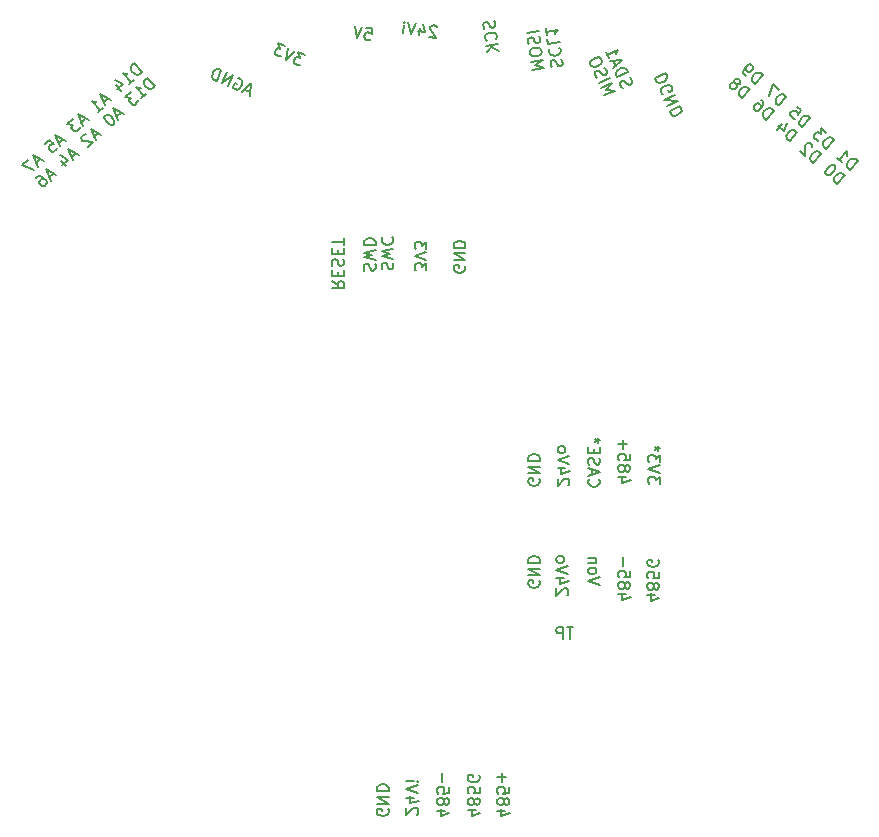
<source format=gbo>
G04 #@! TF.GenerationSoftware,KiCad,Pcbnew,7.0.1-3b83917a11~172~ubuntu22.04.1*
G04 #@! TF.CreationDate,2023-08-11T16:57:34+02:00*
G04 #@! TF.ProjectId,io_coupling_MCU_enhanced,696f5f63-6f75-4706-9c69-6e675f4d4355,rev?*
G04 #@! TF.SameCoordinates,Original*
G04 #@! TF.FileFunction,Legend,Bot*
G04 #@! TF.FilePolarity,Positive*
%FSLAX46Y46*%
G04 Gerber Fmt 4.6, Leading zero omitted, Abs format (unit mm)*
G04 Created by KiCad (PCBNEW 7.0.1-3b83917a11~172~ubuntu22.04.1) date 2023-08-11 16:57:34*
%MOMM*%
%LPD*%
G01*
G04 APERTURE LIST*
G04 Aperture macros list*
%AMHorizOval*
0 Thick line with rounded ends*
0 $1 width*
0 $2 $3 position (X,Y) of the first rounded end (center of the circle)*
0 $4 $5 position (X,Y) of the second rounded end (center of the circle)*
0 Add line between two ends*
20,1,$1,$2,$3,$4,$5,0*
0 Add two circle primitives to create the rounded ends*
1,1,$1,$2,$3*
1,1,$1,$4,$5*%
%AMRotRect*
0 Rectangle, with rotation*
0 The origin of the aperture is its center*
0 $1 length*
0 $2 width*
0 $3 Rotation angle, in degrees counterclockwise*
0 Add horizontal line*
21,1,$1,$2,0,0,$3*%
G04 Aperture macros list end*
%ADD10C,0.150000*%
%ADD11C,2.000000*%
%ADD12C,1.800000*%
%ADD13C,1.600000*%
%ADD14C,1.950000*%
%ADD15RotRect,1.950000X1.950000X188.057000*%
%ADD16C,1.500000*%
%ADD17RotRect,1.950000X1.950000X204.171000*%
%ADD18C,0.500000*%
%ADD19HorizOval,0.500000X0.000000X0.000000X0.000000X0.000000X0*%
%ADD20RotRect,1.950000X1.950000X171.943000*%
%ADD21HorizOval,1.100000X0.390988X0.084428X-0.390988X-0.084428X0*%
%ADD22C,1.250000*%
%ADD23RotRect,1.950000X1.950000X155.828000*%
%ADD24C,0.350000*%
%ADD25C,0.800000*%
G04 APERTURE END LIST*
D10*
X34492212Y29651927D02*
X35163014Y30393564D01*
X35163014Y30393564D02*
X34986434Y30553279D01*
X34986434Y30553279D02*
X34848543Y30613791D01*
X34848543Y30613791D02*
X34714025Y30607045D01*
X34714025Y30607045D02*
X34614823Y30568356D01*
X34614823Y30568356D02*
X34451735Y30459035D01*
X34451735Y30459035D02*
X34355906Y30353087D01*
X34355906Y30353087D02*
X34263450Y30179880D01*
X34263450Y30179880D02*
X34234880Y30077305D01*
X34234880Y30077305D02*
X34241627Y29942787D01*
X34241627Y29942787D02*
X34315632Y29811642D01*
X34315632Y29811642D02*
X34492212Y29651927D01*
X33362099Y30674102D02*
X33785891Y30290787D01*
X33573995Y30482444D02*
X34244797Y31224081D01*
X34244797Y31224081D02*
X34219601Y31054247D01*
X34219601Y31054247D02*
X34226347Y30919729D01*
X34226347Y30919729D02*
X34265036Y30820527D01*
X32479198Y31472676D02*
X33150001Y32214313D01*
X33150001Y32214313D02*
X32973420Y32374027D01*
X32973420Y32374027D02*
X32835529Y32434540D01*
X32835529Y32434540D02*
X32701011Y32427794D01*
X32701011Y32427794D02*
X32601810Y32389105D01*
X32601810Y32389105D02*
X32438722Y32279784D01*
X32438722Y32279784D02*
X32342893Y32173836D01*
X32342893Y32173836D02*
X32250437Y32000629D01*
X32250437Y32000629D02*
X32221867Y31898054D01*
X32221867Y31898054D02*
X32228613Y31763536D01*
X32228613Y31763536D02*
X32302618Y31632391D01*
X32302618Y31632391D02*
X32479198Y31472676D01*
X32478996Y32821229D02*
X32019888Y33236487D01*
X32019888Y33236487D02*
X32011556Y32730358D01*
X32011556Y32730358D02*
X31905608Y32826187D01*
X31905608Y32826187D02*
X31803033Y32854757D01*
X31803033Y32854757D02*
X31735774Y32851384D01*
X31735774Y32851384D02*
X31636572Y32812695D01*
X31636572Y32812695D02*
X31476858Y32636115D01*
X31476858Y32636115D02*
X31448288Y32533540D01*
X31448288Y32533540D02*
X31451661Y32466281D01*
X31451661Y32466281D02*
X31490350Y32367079D01*
X31490350Y32367079D02*
X31702246Y32175421D01*
X31702246Y32175421D02*
X31804821Y32146851D01*
X31804821Y32146851D02*
X31872080Y32150224D01*
X30466185Y33293425D02*
X31136987Y34035061D01*
X31136987Y34035061D02*
X30960407Y34194776D01*
X30960407Y34194776D02*
X30822516Y34255289D01*
X30822516Y34255289D02*
X30687998Y34248543D01*
X30687998Y34248543D02*
X30588796Y34209854D01*
X30588796Y34209854D02*
X30425708Y34100533D01*
X30425708Y34100533D02*
X30329880Y33994584D01*
X30329880Y33994584D02*
X30237424Y33821377D01*
X30237424Y33821377D02*
X30208854Y33718802D01*
X30208854Y33718802D02*
X30215600Y33584285D01*
X30215600Y33584285D02*
X30289605Y33453140D01*
X30289605Y33453140D02*
X30466185Y33293425D01*
X30042191Y35025293D02*
X30395351Y34705863D01*
X30395351Y34705863D02*
X30111237Y34320760D01*
X30111237Y34320760D02*
X30107864Y34388019D01*
X30107864Y34388019D02*
X30069175Y34487221D01*
X30069175Y34487221D02*
X29892595Y34646936D01*
X29892595Y34646936D02*
X29790020Y34675506D01*
X29790020Y34675506D02*
X29722761Y34672133D01*
X29722761Y34672133D02*
X29623559Y34633444D01*
X29623559Y34633444D02*
X29463844Y34456864D01*
X29463844Y34456864D02*
X29435274Y34354289D01*
X29435274Y34354289D02*
X29438648Y34287030D01*
X29438648Y34287030D02*
X29477337Y34187828D01*
X29477337Y34187828D02*
X29653917Y34028113D01*
X29653917Y34028113D02*
X29756492Y33999543D01*
X29756492Y33999543D02*
X29823751Y34002916D01*
X28453172Y35114174D02*
X29123974Y35855810D01*
X29123974Y35855810D02*
X28947394Y36015525D01*
X28947394Y36015525D02*
X28809503Y36076038D01*
X28809503Y36076038D02*
X28674985Y36069291D01*
X28674985Y36069291D02*
X28575783Y36030602D01*
X28575783Y36030602D02*
X28412695Y35921281D01*
X28412695Y35921281D02*
X28316866Y35815333D01*
X28316866Y35815333D02*
X28224410Y35642126D01*
X28224410Y35642126D02*
X28195840Y35539551D01*
X28195840Y35539551D02*
X28202587Y35405033D01*
X28202587Y35405033D02*
X28276592Y35273888D01*
X28276592Y35273888D02*
X28453172Y35114174D01*
X28452970Y36462726D02*
X27958545Y36909928D01*
X27958545Y36909928D02*
X27605587Y35880804D01*
X26440158Y36934922D02*
X27110961Y37676559D01*
X27110961Y37676559D02*
X26934380Y37836273D01*
X26934380Y37836273D02*
X26796489Y37896786D01*
X26796489Y37896786D02*
X26661971Y37890040D01*
X26661971Y37890040D02*
X26562770Y37851351D01*
X26562770Y37851351D02*
X26399682Y37742030D01*
X26399682Y37742030D02*
X26303853Y37636082D01*
X26303853Y37636082D02*
X26211397Y37462875D01*
X26211397Y37462875D02*
X26182827Y37360300D01*
X26182827Y37360300D02*
X26189573Y37225782D01*
X26189573Y37225782D02*
X26263578Y37094637D01*
X26263578Y37094637D02*
X26440158Y36934922D01*
X25663206Y37637667D02*
X25521942Y37765439D01*
X25521942Y37765439D02*
X25483253Y37864641D01*
X25483253Y37864641D02*
X25479880Y37931900D01*
X25479880Y37931900D02*
X25505077Y38101734D01*
X25505077Y38101734D02*
X25597532Y38274941D01*
X25597532Y38274941D02*
X25853076Y38557469D01*
X25853076Y38557469D02*
X25952278Y38596158D01*
X25952278Y38596158D02*
X26019537Y38599531D01*
X26019537Y38599531D02*
X26122112Y38570961D01*
X26122112Y38570961D02*
X26263376Y38443190D01*
X26263376Y38443190D02*
X26302065Y38343988D01*
X26302065Y38343988D02*
X26305438Y38276729D01*
X26305438Y38276729D02*
X26276868Y38174154D01*
X26276868Y38174154D02*
X26117154Y37997574D01*
X26117154Y37997574D02*
X26017952Y37958885D01*
X26017952Y37958885D02*
X25950693Y37955511D01*
X25950693Y37955511D02*
X25848118Y37984081D01*
X25848118Y37984081D02*
X25706854Y38111853D01*
X25706854Y38111853D02*
X25668164Y38211055D01*
X25668164Y38211055D02*
X25664791Y38278314D01*
X25664791Y38278314D02*
X25693361Y38380889D01*
X33405513Y28450476D02*
X34076315Y29192113D01*
X34076315Y29192113D02*
X33899735Y29351828D01*
X33899735Y29351828D02*
X33761844Y29412340D01*
X33761844Y29412340D02*
X33627326Y29405594D01*
X33627326Y29405594D02*
X33528124Y29366905D01*
X33528124Y29366905D02*
X33365036Y29257584D01*
X33365036Y29257584D02*
X33269207Y29151636D01*
X33269207Y29151636D02*
X33176751Y28978429D01*
X33176751Y28978429D02*
X33148181Y28875854D01*
X33148181Y28875854D02*
X33154928Y28741336D01*
X33154928Y28741336D02*
X33228933Y28610191D01*
X33228933Y28610191D02*
X33405513Y28450476D01*
X33193414Y29990687D02*
X33122782Y30054573D01*
X33122782Y30054573D02*
X33020207Y30083143D01*
X33020207Y30083143D02*
X32952948Y30079770D01*
X32952948Y30079770D02*
X32853746Y30041080D01*
X32853746Y30041080D02*
X32690659Y29931759D01*
X32690659Y29931759D02*
X32530944Y29755179D01*
X32530944Y29755179D02*
X32438488Y29581972D01*
X32438488Y29581972D02*
X32409918Y29479397D01*
X32409918Y29479397D02*
X32413291Y29412138D01*
X32413291Y29412138D02*
X32451980Y29312936D01*
X32451980Y29312936D02*
X32522612Y29249050D01*
X32522612Y29249050D02*
X32625187Y29220480D01*
X32625187Y29220480D02*
X32692446Y29223854D01*
X32692446Y29223854D02*
X32791648Y29262543D01*
X32791648Y29262543D02*
X32954736Y29371864D01*
X32954736Y29371864D02*
X33114451Y29548444D01*
X33114451Y29548444D02*
X33206907Y29721651D01*
X33206907Y29721651D02*
X33235477Y29824226D01*
X33235477Y29824226D02*
X33232103Y29891485D01*
X33232103Y29891485D02*
X33193414Y29990687D01*
X31392499Y30271225D02*
X32063302Y31012862D01*
X32063302Y31012862D02*
X31886721Y31172576D01*
X31886721Y31172576D02*
X31748830Y31233089D01*
X31748830Y31233089D02*
X31614312Y31226343D01*
X31614312Y31226343D02*
X31515111Y31187654D01*
X31515111Y31187654D02*
X31352023Y31078333D01*
X31352023Y31078333D02*
X31256194Y30972385D01*
X31256194Y30972385D02*
X31163738Y30799178D01*
X31163738Y30799178D02*
X31135168Y30696603D01*
X31135168Y30696603D02*
X31141914Y30562085D01*
X31141914Y30562085D02*
X31215919Y30430940D01*
X31215919Y30430940D02*
X31392499Y30271225D01*
X31293095Y31581089D02*
X31289722Y31648348D01*
X31289722Y31648348D02*
X31251033Y31747550D01*
X31251033Y31747550D02*
X31074453Y31907264D01*
X31074453Y31907264D02*
X30971878Y31935834D01*
X30971878Y31935834D02*
X30904619Y31932461D01*
X30904619Y31932461D02*
X30805417Y31893772D01*
X30805417Y31893772D02*
X30741531Y31823140D01*
X30741531Y31823140D02*
X30681018Y31685249D01*
X30681018Y31685249D02*
X30721495Y30878141D01*
X30721495Y30878141D02*
X30262387Y31293400D01*
X29379486Y32091974D02*
X30050288Y32833610D01*
X30050288Y32833610D02*
X29873708Y32993325D01*
X29873708Y32993325D02*
X29735817Y33053838D01*
X29735817Y33053838D02*
X29601299Y33047092D01*
X29601299Y33047092D02*
X29502097Y33008403D01*
X29502097Y33008403D02*
X29339009Y32899082D01*
X29339009Y32899082D02*
X29243181Y32793133D01*
X29243181Y32793133D02*
X29150725Y32619926D01*
X29150725Y32619926D02*
X29122155Y32517351D01*
X29122155Y32517351D02*
X29128901Y32382834D01*
X29128901Y32382834D02*
X29202906Y32251689D01*
X29202906Y32251689D02*
X29379486Y32091974D01*
X28767207Y33544687D02*
X28320006Y33050263D01*
X29199331Y33667500D02*
X28896766Y32978045D01*
X28896766Y32978045D02*
X28437658Y33393304D01*
X27366473Y33912723D02*
X28037275Y34654359D01*
X28037275Y34654359D02*
X27860695Y34814074D01*
X27860695Y34814074D02*
X27722804Y34874587D01*
X27722804Y34874587D02*
X27588286Y34867840D01*
X27588286Y34867840D02*
X27489084Y34829151D01*
X27489084Y34829151D02*
X27325996Y34719830D01*
X27325996Y34719830D02*
X27230167Y34613882D01*
X27230167Y34613882D02*
X27137711Y34440675D01*
X27137711Y34440675D02*
X27109141Y34338100D01*
X27109141Y34338100D02*
X27115888Y34203582D01*
X27115888Y34203582D02*
X27189893Y34072437D01*
X27189893Y34072437D02*
X27366473Y33912723D01*
X26977794Y35612648D02*
X27119058Y35484876D01*
X27119058Y35484876D02*
X27157747Y35385674D01*
X27157747Y35385674D02*
X27161121Y35318415D01*
X27161121Y35318415D02*
X27135924Y35148581D01*
X27135924Y35148581D02*
X27043468Y34975374D01*
X27043468Y34975374D02*
X26787924Y34692846D01*
X26787924Y34692846D02*
X26688722Y34654157D01*
X26688722Y34654157D02*
X26621463Y34650784D01*
X26621463Y34650784D02*
X26518888Y34679353D01*
X26518888Y34679353D02*
X26377624Y34807125D01*
X26377624Y34807125D02*
X26338935Y34906327D01*
X26338935Y34906327D02*
X26335562Y34973586D01*
X26335562Y34973586D02*
X26364132Y35076161D01*
X26364132Y35076161D02*
X26523847Y35252741D01*
X26523847Y35252741D02*
X26623049Y35291430D01*
X26623049Y35291430D02*
X26690308Y35294803D01*
X26690308Y35294803D02*
X26792883Y35266234D01*
X26792883Y35266234D02*
X26934147Y35138462D01*
X26934147Y35138462D02*
X26972836Y35039260D01*
X26972836Y35039260D02*
X26976209Y34972001D01*
X26976209Y34972001D02*
X26947639Y34869426D01*
X25353459Y35733471D02*
X26024262Y36475108D01*
X26024262Y36475108D02*
X25847681Y36634822D01*
X25847681Y36634822D02*
X25709790Y36695335D01*
X25709790Y36695335D02*
X25575272Y36688589D01*
X25575272Y36688589D02*
X25476071Y36649900D01*
X25476071Y36649900D02*
X25312983Y36540579D01*
X25312983Y36540579D02*
X25217154Y36434631D01*
X25217154Y36434631D02*
X25124698Y36261424D01*
X25124698Y36261424D02*
X25096128Y36158849D01*
X25096128Y36158849D02*
X25102874Y36024331D01*
X25102874Y36024331D02*
X25176879Y35893186D01*
X25176879Y35893186D02*
X25353459Y35733471D01*
X24889190Y36923894D02*
X24991765Y36895325D01*
X24991765Y36895325D02*
X25059024Y36898698D01*
X25059024Y36898698D02*
X25158226Y36937387D01*
X25158226Y36937387D02*
X25190169Y36972703D01*
X25190169Y36972703D02*
X25218739Y37075278D01*
X25218739Y37075278D02*
X25215366Y37142537D01*
X25215366Y37142537D02*
X25176677Y37241739D01*
X25176677Y37241739D02*
X25035413Y37369510D01*
X25035413Y37369510D02*
X24932838Y37398080D01*
X24932838Y37398080D02*
X24865579Y37394707D01*
X24865579Y37394707D02*
X24766377Y37356018D01*
X24766377Y37356018D02*
X24734434Y37320702D01*
X24734434Y37320702D02*
X24705864Y37218127D01*
X24705864Y37218127D02*
X24709237Y37150868D01*
X24709237Y37150868D02*
X24747926Y37051666D01*
X24747926Y37051666D02*
X24889190Y36923894D01*
X24889190Y36923894D02*
X24927880Y36824692D01*
X24927880Y36824692D02*
X24931253Y36757434D01*
X24931253Y36757434D02*
X24902683Y36654859D01*
X24902683Y36654859D02*
X24774911Y36513594D01*
X24774911Y36513594D02*
X24675709Y36474905D01*
X24675709Y36474905D02*
X24608450Y36471532D01*
X24608450Y36471532D02*
X24505875Y36500102D01*
X24505875Y36500102D02*
X24364611Y36627874D01*
X24364611Y36627874D02*
X24325922Y36727076D01*
X24325922Y36727076D02*
X24322549Y36794335D01*
X24322549Y36794335D02*
X24351119Y36896910D01*
X24351119Y36896910D02*
X24478890Y37038174D01*
X24478890Y37038174D02*
X24578092Y37076863D01*
X24578092Y37076863D02*
X24645351Y37080236D01*
X24645351Y37080236D02*
X24747926Y37051666D01*
X18885843Y37832668D02*
X17973523Y37423191D01*
X17973523Y37423191D02*
X18071018Y37205972D01*
X18071018Y37205972D02*
X18172958Y37095139D01*
X18172958Y37095139D02*
X18298844Y37047249D01*
X18298844Y37047249D02*
X18405230Y37042803D01*
X18405230Y37042803D02*
X18598505Y37077355D01*
X18598505Y37077355D02*
X18728836Y37135852D01*
X18728836Y37135852D02*
X18883112Y37257291D01*
X18883112Y37257291D02*
X18950501Y37339733D01*
X18950501Y37339733D02*
X18998391Y37465619D01*
X18998391Y37465619D02*
X18983338Y37615449D01*
X18983338Y37615449D02*
X18885843Y37832668D01*
X18640932Y36052487D02*
X18558491Y36119876D01*
X18558491Y36119876D02*
X18499994Y36250208D01*
X18499994Y36250208D02*
X18484941Y36400038D01*
X18484941Y36400038D02*
X18532831Y36525924D01*
X18532831Y36525924D02*
X18600219Y36608365D01*
X18600219Y36608365D02*
X18754496Y36729805D01*
X18754496Y36729805D02*
X18884827Y36788301D01*
X18884827Y36788301D02*
X19078102Y36822853D01*
X19078102Y36822853D02*
X19184488Y36818407D01*
X19184488Y36818407D02*
X19310374Y36770517D01*
X19310374Y36770517D02*
X19412314Y36659685D01*
X19412314Y36659685D02*
X19451312Y36572797D01*
X19451312Y36572797D02*
X19466365Y36422967D01*
X19466365Y36422967D02*
X19442420Y36360024D01*
X19442420Y36360024D02*
X19138313Y36223532D01*
X19138313Y36223532D02*
X19060318Y36397307D01*
X19704798Y36008027D02*
X18792478Y35598550D01*
X18792478Y35598550D02*
X19938785Y35486702D01*
X19938785Y35486702D02*
X19026465Y35077224D01*
X20133774Y35052263D02*
X19221454Y34642786D01*
X19221454Y34642786D02*
X19318948Y34425567D01*
X19318948Y34425567D02*
X19420889Y34314734D01*
X19420889Y34314734D02*
X19546774Y34266845D01*
X19546774Y34266845D02*
X19653161Y34262399D01*
X19653161Y34262399D02*
X19846435Y34296950D01*
X19846435Y34296950D02*
X19976767Y34355447D01*
X19976767Y34355447D02*
X20131043Y34476887D01*
X20131043Y34476887D02*
X20198432Y34559328D01*
X20198432Y34559328D02*
X20246322Y34685214D01*
X20246322Y34685214D02*
X20231269Y34835044D01*
X20231269Y34835044D02*
X20133774Y35052263D01*
X15255057Y36606739D02*
X15153117Y36717571D01*
X15153117Y36717571D02*
X15055622Y36934791D01*
X15055622Y36934791D02*
X15060068Y37041177D01*
X15060068Y37041177D02*
X15084013Y37104120D01*
X15084013Y37104120D02*
X15151402Y37186562D01*
X15151402Y37186562D02*
X15238289Y37225559D01*
X15238289Y37225559D02*
X15344676Y37221113D01*
X15344676Y37221113D02*
X15407619Y37197169D01*
X15407619Y37197169D02*
X15490060Y37129780D01*
X15490060Y37129780D02*
X15611500Y36975503D01*
X15611500Y36975503D02*
X15693942Y36908115D01*
X15693942Y36908115D02*
X15756884Y36884170D01*
X15756884Y36884170D02*
X15863271Y36879724D01*
X15863271Y36879724D02*
X15950158Y36918722D01*
X15950158Y36918722D02*
X16017547Y37001163D01*
X16017547Y37001163D02*
X16041492Y37064106D01*
X16041492Y37064106D02*
X16045938Y37170493D01*
X16045938Y37170493D02*
X15948444Y37387712D01*
X15948444Y37387712D02*
X15846503Y37498544D01*
X14802136Y37499560D02*
X15714457Y37909038D01*
X15714457Y37909038D02*
X15616962Y38126257D01*
X15616962Y38126257D02*
X15515021Y38237089D01*
X15515021Y38237089D02*
X15389136Y38284979D01*
X15389136Y38284979D02*
X15282749Y38289425D01*
X15282749Y38289425D02*
X15089475Y38254873D01*
X15089475Y38254873D02*
X14959144Y38196377D01*
X14959144Y38196377D02*
X14804867Y38074937D01*
X14804867Y38074937D02*
X14737479Y37992495D01*
X14737479Y37992495D02*
X14689589Y37866610D01*
X14689589Y37866610D02*
X14704642Y37716780D01*
X14704642Y37716780D02*
X14802136Y37499560D01*
X14672821Y38485430D02*
X14477832Y38919869D01*
X14451156Y38281549D02*
X15226984Y38995133D01*
X15226984Y38995133D02*
X14178171Y38889763D01*
X13827190Y39671752D02*
X14061177Y39150426D01*
X13944184Y39411089D02*
X14856504Y39820566D01*
X14856504Y39820566D02*
X14765171Y39675182D01*
X14765171Y39675182D02*
X14717281Y39549296D01*
X14717281Y39549296D02*
X14712835Y39442910D01*
X13714156Y35967331D02*
X14626476Y36376808D01*
X14626476Y36376808D02*
X13838326Y36388431D01*
X13838326Y36388431D02*
X14353491Y36985022D01*
X14353491Y36985022D02*
X13441171Y36575544D01*
X13246182Y37009983D02*
X14158502Y37419460D01*
X13114135Y37420475D02*
X13012195Y37531308D01*
X13012195Y37531308D02*
X12914700Y37748527D01*
X12914700Y37748527D02*
X12919146Y37854914D01*
X12919146Y37854914D02*
X12943091Y37917856D01*
X12943091Y37917856D02*
X13010480Y38000298D01*
X13010480Y38000298D02*
X13097368Y38039296D01*
X13097368Y38039296D02*
X13203754Y38034850D01*
X13203754Y38034850D02*
X13266697Y38010905D01*
X13266697Y38010905D02*
X13349138Y37943516D01*
X13349138Y37943516D02*
X13470578Y37789240D01*
X13470578Y37789240D02*
X13553020Y37721851D01*
X13553020Y37721851D02*
X13615962Y37697906D01*
X13615962Y37697906D02*
X13722349Y37693460D01*
X13722349Y37693460D02*
X13809237Y37732458D01*
X13809237Y37732458D02*
X13876625Y37814900D01*
X13876625Y37814900D02*
X13900570Y37877842D01*
X13900570Y37877842D02*
X13905016Y37984229D01*
X13905016Y37984229D02*
X13807522Y38201448D01*
X13807522Y38201448D02*
X13705581Y38312281D01*
X13495539Y38896549D02*
X13417543Y39070325D01*
X13417543Y39070325D02*
X13335102Y39137713D01*
X13335102Y39137713D02*
X13209216Y39185603D01*
X13209216Y39185603D02*
X13015942Y39151051D01*
X13015942Y39151051D02*
X12711835Y39014559D01*
X12711835Y39014559D02*
X12557559Y38893120D01*
X12557559Y38893120D02*
X12509669Y38767234D01*
X12509669Y38767234D02*
X12505223Y38660847D01*
X12505223Y38660847D02*
X12583219Y38487072D01*
X12583219Y38487072D02*
X12665660Y38419683D01*
X12665660Y38419683D02*
X12791546Y38371794D01*
X12791546Y38371794D02*
X12984820Y38406345D01*
X12984820Y38406345D02*
X13288927Y38542838D01*
X13288927Y38542838D02*
X13443203Y38664277D01*
X13443203Y38664277D02*
X13491093Y38790163D01*
X13491093Y38790163D02*
X13495539Y38896549D01*
X9245634Y38339478D02*
X9178462Y38474251D01*
X9178462Y38474251D02*
X9145091Y38709996D01*
X9145091Y38709996D02*
X9178892Y38810968D01*
X9178892Y38810968D02*
X9219366Y38864792D01*
X9219366Y38864792D02*
X9306990Y38925289D01*
X9306990Y38925289D02*
X9401288Y38938637D01*
X9401288Y38938637D02*
X9502261Y38904837D01*
X9502261Y38904837D02*
X9556084Y38864362D01*
X9556084Y38864362D02*
X9616581Y38776738D01*
X9616581Y38776738D02*
X9690427Y38594816D01*
X9690427Y38594816D02*
X9750924Y38507193D01*
X9750924Y38507193D02*
X9804748Y38466718D01*
X9804748Y38466718D02*
X9905720Y38432917D01*
X9905720Y38432917D02*
X10000018Y38446266D01*
X10000018Y38446266D02*
X10087642Y38506763D01*
X10087642Y38506763D02*
X10128116Y38560586D01*
X10128116Y38560586D02*
X10161917Y38661558D01*
X10161917Y38661558D02*
X10128546Y38897303D01*
X10128546Y38897303D02*
X10061374Y39032076D01*
X9072534Y39902070D02*
X9032059Y39848247D01*
X9032059Y39848247D02*
X9004933Y39700125D01*
X9004933Y39700125D02*
X9018281Y39605827D01*
X9018281Y39605827D02*
X9085453Y39471055D01*
X9085453Y39471055D02*
X9193099Y39390105D01*
X9193099Y39390105D02*
X9294071Y39356304D01*
X9294071Y39356304D02*
X9489342Y39335852D01*
X9489342Y39335852D02*
X9630789Y39355875D01*
X9630789Y39355875D02*
X9812711Y39429721D01*
X9812711Y39429721D02*
X9900334Y39490218D01*
X9900334Y39490218D02*
X9981284Y39597864D01*
X9981284Y39597864D02*
X10008410Y39745986D01*
X10008410Y39745986D02*
X9995062Y39840284D01*
X9995062Y39840284D02*
X9927890Y39975056D01*
X9927890Y39975056D02*
X9874067Y40015531D01*
X8851426Y40784553D02*
X8918168Y40313063D01*
X8918168Y40313063D02*
X9908297Y40453221D01*
X8731291Y41633235D02*
X8811381Y41067447D01*
X8771336Y41350341D02*
X9761465Y41490499D01*
X9761465Y41490499D02*
X9633366Y41376178D01*
X9633366Y41376178D02*
X9552417Y41268532D01*
X9552417Y41268532D02*
X9518616Y41167560D01*
X7587801Y38152897D02*
X8577931Y38293055D01*
X8577931Y38293055D02*
X7823976Y38522985D01*
X7823976Y38522985D02*
X8484492Y38953141D01*
X8484492Y38953141D02*
X7494363Y38812983D01*
X8391053Y39613227D02*
X8364356Y39801823D01*
X8364356Y39801823D02*
X8303859Y39889447D01*
X8303859Y39889447D02*
X8196212Y39970397D01*
X8196212Y39970397D02*
X8000942Y39990849D01*
X8000942Y39990849D02*
X7670899Y39944130D01*
X7670899Y39944130D02*
X7488977Y39870284D01*
X7488977Y39870284D02*
X7408028Y39762637D01*
X7408028Y39762637D02*
X7374227Y39661665D01*
X7374227Y39661665D02*
X7400924Y39473069D01*
X7400924Y39473069D02*
X7461421Y39385445D01*
X7461421Y39385445D02*
X7569068Y39304496D01*
X7569068Y39304496D02*
X7764338Y39284044D01*
X7764338Y39284044D02*
X8094381Y39330763D01*
X8094381Y39330763D02*
X8276303Y39404609D01*
X8276303Y39404609D02*
X8357252Y39512255D01*
X8357252Y39512255D02*
X8391053Y39613227D01*
X7334612Y40281276D02*
X7267440Y40416049D01*
X7267440Y40416049D02*
X7234069Y40651794D01*
X7234069Y40651794D02*
X7267870Y40752767D01*
X7267870Y40752767D02*
X7308344Y40806590D01*
X7308344Y40806590D02*
X7395968Y40867087D01*
X7395968Y40867087D02*
X7490266Y40880436D01*
X7490266Y40880436D02*
X7591238Y40846635D01*
X7591238Y40846635D02*
X7645062Y40806160D01*
X7645062Y40806160D02*
X7705559Y40718536D01*
X7705559Y40718536D02*
X7779405Y40536615D01*
X7779405Y40536615D02*
X7839902Y40448991D01*
X7839902Y40448991D02*
X7893725Y40408516D01*
X7893725Y40408516D02*
X7994698Y40374715D01*
X7994698Y40374715D02*
X8088996Y40388064D01*
X8088996Y40388064D02*
X8176619Y40448561D01*
X8176619Y40448561D02*
X8217094Y40502384D01*
X8217094Y40502384D02*
X8250895Y40603357D01*
X8250895Y40603357D02*
X8217524Y40839102D01*
X8217524Y40839102D02*
X8150352Y40973874D01*
X7147304Y41264731D02*
X8137433Y41404890D01*
X4358374Y42287577D02*
X4425546Y42152804D01*
X4425546Y42152804D02*
X4458917Y41917059D01*
X4458917Y41917059D02*
X4425116Y41816087D01*
X4425116Y41816087D02*
X4384642Y41762263D01*
X4384642Y41762263D02*
X4297018Y41701766D01*
X4297018Y41701766D02*
X4202720Y41688418D01*
X4202720Y41688418D02*
X4101747Y41722218D01*
X4101747Y41722218D02*
X4047924Y41762693D01*
X4047924Y41762693D02*
X3987427Y41850317D01*
X3987427Y41850317D02*
X3913581Y42032239D01*
X3913581Y42032239D02*
X3853084Y42119862D01*
X3853084Y42119862D02*
X3799260Y42160337D01*
X3799260Y42160337D02*
X3698288Y42194138D01*
X3698288Y42194138D02*
X3603990Y42180789D01*
X3603990Y42180789D02*
X3516366Y42120292D01*
X3516366Y42120292D02*
X3475892Y42066469D01*
X3475892Y42066469D02*
X3442091Y41965497D01*
X3442091Y41965497D02*
X3475462Y41729752D01*
X3475462Y41729752D02*
X3542634Y41594979D01*
X4531474Y40724985D02*
X4571949Y40778808D01*
X4571949Y40778808D02*
X4599075Y40926930D01*
X4599075Y40926930D02*
X4585727Y41021228D01*
X4585727Y41021228D02*
X4518555Y41156000D01*
X4518555Y41156000D02*
X4410909Y41236950D01*
X4410909Y41236950D02*
X4309937Y41270751D01*
X4309937Y41270751D02*
X4114666Y41291203D01*
X4114666Y41291203D02*
X3973219Y41271180D01*
X3973219Y41271180D02*
X3791297Y41197334D01*
X3791297Y41197334D02*
X3703674Y41136837D01*
X3703674Y41136837D02*
X3622724Y41029191D01*
X3622724Y41029191D02*
X3595598Y40881069D01*
X3595598Y40881069D02*
X3608946Y40786771D01*
X3608946Y40786771D02*
X3676118Y40651999D01*
X3676118Y40651999D02*
X3729941Y40611524D01*
X4685840Y40313992D02*
X3695711Y40173834D01*
X4765930Y39748204D02*
X4140074Y40092455D01*
X3775801Y39608046D02*
X4261499Y40253925D01*
X-449314Y41743490D02*
X-490030Y41797131D01*
X-490030Y41797131D02*
X-577924Y41857235D01*
X-577924Y41857235D02*
X-813817Y41889548D01*
X-813817Y41889548D02*
X-914636Y41855295D01*
X-914636Y41855295D02*
X-968277Y41814579D01*
X-968277Y41814579D02*
X-1028381Y41726684D01*
X-1028381Y41726684D02*
X-1041306Y41632328D01*
X-1041306Y41632328D02*
X-1013516Y41484329D01*
X-1013516Y41484329D02*
X-524926Y40840636D01*
X-524926Y40840636D02*
X-1138246Y40924651D01*
X-1896981Y41701477D02*
X-1987458Y41040978D01*
X-1609388Y42046591D02*
X-1470435Y41306601D01*
X-1470435Y41306601D02*
X-2083755Y41390615D01*
X-2229171Y42083427D02*
X-2695136Y41137918D01*
X-2695136Y41137918D02*
X-2889669Y42173904D01*
X-3355634Y41228395D02*
X-3265157Y41888893D01*
X-3219919Y42219143D02*
X-3179203Y42165502D01*
X-3179203Y42165502D02*
X-3232844Y42124786D01*
X-3232844Y42124786D02*
X-3273560Y42178427D01*
X-3273560Y42178427D02*
X-3219919Y42219143D01*
X-3219919Y42219143D02*
X-3232844Y42124786D01*
X-6455352Y41708936D02*
X-5983567Y41644309D01*
X-5983567Y41644309D02*
X-6001015Y41166062D01*
X-6001015Y41166062D02*
X-6041731Y41219703D01*
X-6041731Y41219703D02*
X-6129625Y41279807D01*
X-6129625Y41279807D02*
X-6365518Y41312120D01*
X-6365518Y41312120D02*
X-6466337Y41277867D01*
X-6466337Y41277867D02*
X-6519978Y41237151D01*
X-6519978Y41237151D02*
X-6580082Y41149257D01*
X-6580082Y41149257D02*
X-6612395Y40913364D01*
X-6612395Y40913364D02*
X-6578142Y40812545D01*
X-6578142Y40812545D02*
X-6537426Y40758904D01*
X-6537426Y40758904D02*
X-6449532Y40698800D01*
X-6449532Y40698800D02*
X-6213640Y40666487D01*
X-6213640Y40666487D02*
X-6112820Y40700740D01*
X-6112820Y40700740D02*
X-6059179Y40741456D01*
X-6785601Y41754174D02*
X-7251566Y40808665D01*
X-7251566Y40808665D02*
X-7446100Y41844651D01*
X-11673690Y39383360D02*
X-12239148Y39635307D01*
X-12239148Y39635307D02*
X-12089715Y39151669D01*
X-12089715Y39151669D02*
X-12220205Y39209811D01*
X-12220205Y39209811D02*
X-12326579Y39205075D01*
X-12326579Y39205075D02*
X-12389457Y39180959D01*
X-12389457Y39180959D02*
X-12471715Y39113346D01*
X-12471715Y39113346D02*
X-12568617Y38895862D01*
X-12568617Y38895862D02*
X-12563882Y38789488D01*
X-12563882Y38789488D02*
X-12539765Y38726611D01*
X-12539765Y38726611D02*
X-12472153Y38644353D01*
X-12472153Y38644353D02*
X-12211172Y38528070D01*
X-12211172Y38528070D02*
X-12104798Y38532805D01*
X-12104798Y38532805D02*
X-12041921Y38556921D01*
X-12500128Y39751590D02*
X-13211597Y38973822D01*
X-13211597Y38973822D02*
X-13109083Y40022918D01*
X-13326567Y40119821D02*
X-13892025Y40371768D01*
X-13892025Y40371768D02*
X-13742592Y39888130D01*
X-13742592Y39888130D02*
X-13873082Y39946272D01*
X-13873082Y39946272D02*
X-13979456Y39941536D01*
X-13979456Y39941536D02*
X-14042333Y39917420D01*
X-14042333Y39917420D02*
X-14124591Y39849807D01*
X-14124591Y39849807D02*
X-14221494Y39632323D01*
X-14221494Y39632323D02*
X-14216758Y39525949D01*
X-14216758Y39525949D02*
X-14192642Y39463072D01*
X-14192642Y39463072D02*
X-14125029Y39380814D01*
X-14125029Y39380814D02*
X-13864049Y39264531D01*
X-13864049Y39264531D02*
X-13757675Y39269266D01*
X-13757675Y39269266D02*
X-13694797Y39293383D01*
X-16307895Y36250289D02*
X-16742863Y36444095D01*
X-16337185Y35950547D02*
X-16234671Y36999643D01*
X-16234671Y36999643D02*
X-16946140Y36221875D01*
X-17341470Y37440660D02*
X-17235096Y37445396D01*
X-17235096Y37445396D02*
X-17104606Y37387254D01*
X-17104606Y37387254D02*
X-16993496Y37285616D01*
X-16993496Y37285616D02*
X-16945264Y37159861D01*
X-16945264Y37159861D02*
X-16940528Y37053487D01*
X-16940528Y37053487D02*
X-16974553Y36860120D01*
X-16974553Y36860120D02*
X-17032695Y36729629D01*
X-17032695Y36729629D02*
X-17153714Y36575023D01*
X-17153714Y36575023D02*
X-17235972Y36507410D01*
X-17235972Y36507410D02*
X-17361727Y36459178D01*
X-17361727Y36459178D02*
X-17511597Y36473822D01*
X-17511597Y36473822D02*
X-17598591Y36512584D01*
X-17598591Y36512584D02*
X-17709701Y36614222D01*
X-17709701Y36614222D02*
X-17733817Y36677099D01*
X-17733817Y36677099D02*
X-17598153Y36981577D01*
X-17598153Y36981577D02*
X-17424166Y36904054D01*
X-18164049Y36764531D02*
X-17757057Y37677963D01*
X-17757057Y37677963D02*
X-18686010Y36997098D01*
X-18686010Y36997098D02*
X-18279018Y37910529D01*
X-19120977Y37190903D02*
X-18713986Y38104335D01*
X-18713986Y38104335D02*
X-18931469Y38201238D01*
X-18931469Y38201238D02*
X-19081340Y38215883D01*
X-19081340Y38215883D02*
X-19207095Y38167650D01*
X-19207095Y38167650D02*
X-19289353Y38100037D01*
X-19289353Y38100037D02*
X-19410372Y37945431D01*
X-19410372Y37945431D02*
X-19468513Y37814941D01*
X-19468513Y37814941D02*
X-19502539Y37621573D01*
X-19502539Y37621573D02*
X-19497803Y37515199D01*
X-19497803Y37515199D02*
X-19449571Y37389444D01*
X-19449571Y37389444D02*
X-19338461Y37287806D01*
X-19338461Y37287806D02*
X-19120977Y37190903D01*
X-25445392Y37932474D02*
X-26116207Y38674099D01*
X-26116207Y38674099D02*
X-26292784Y38514381D01*
X-26292784Y38514381D02*
X-26366787Y38383235D01*
X-26366787Y38383235D02*
X-26373531Y38248717D01*
X-26373531Y38248717D02*
X-26344959Y38146142D01*
X-26344959Y38146142D02*
X-26252500Y37972937D01*
X-26252500Y37972937D02*
X-26156669Y37866991D01*
X-26156669Y37866991D02*
X-25993580Y37757672D01*
X-25993580Y37757672D02*
X-25894377Y37718985D01*
X-25894377Y37718985D02*
X-25759859Y37712241D01*
X-25759859Y37712241D02*
X-25621969Y37772757D01*
X-25621969Y37772757D02*
X-25445392Y37932474D01*
X-26575487Y36910280D02*
X-26151701Y37293603D01*
X-26363594Y37101941D02*
X-27034409Y37843566D01*
X-27034409Y37843566D02*
X-26867947Y37801507D01*
X-26867947Y37801507D02*
X-26733429Y37794763D01*
X-26733429Y37794763D02*
X-26630855Y37823335D01*
X-27658375Y36829712D02*
X-27211165Y36335296D01*
X-27737346Y37271954D02*
X-27081615Y36901940D01*
X-27081615Y36901940D02*
X-27540716Y36486673D01*
X-28321029Y35716655D02*
X-28674183Y35397220D01*
X-28058736Y35568650D02*
X-28976759Y36086669D01*
X-28976759Y36086669D02*
X-28553153Y35121440D01*
X-29188831Y34546455D02*
X-28765046Y34929778D01*
X-28976938Y34738117D02*
X-29647753Y35479741D01*
X-29647753Y35479741D02*
X-29481292Y35437682D01*
X-29481292Y35437682D02*
X-29346774Y35430938D01*
X-29346774Y35430938D02*
X-29244199Y35459510D01*
X-30228064Y33991702D02*
X-30581218Y33672266D01*
X-29965772Y33843697D02*
X-30883795Y34361716D01*
X-30883795Y34361716D02*
X-30460188Y33396487D01*
X-31307580Y33978393D02*
X-31766681Y33563127D01*
X-31766681Y33563127D02*
X-31263925Y33504208D01*
X-31263925Y33504208D02*
X-31369871Y33408377D01*
X-31369871Y33408377D02*
X-31408558Y33309175D01*
X-31408558Y33309175D02*
X-31411930Y33241916D01*
X-31411930Y33241916D02*
X-31383359Y33139341D01*
X-31383359Y33139341D02*
X-31223641Y32962764D01*
X-31223641Y32962764D02*
X-31124438Y32924077D01*
X-31124438Y32924077D02*
X-31057179Y32920705D01*
X-31057179Y32920705D02*
X-30954605Y32949276D01*
X-30954605Y32949276D02*
X-30742712Y33140938D01*
X-30742712Y33140938D02*
X-30704024Y33240140D01*
X-30704024Y33240140D02*
X-30700653Y33307400D01*
X-32135099Y32266749D02*
X-32488254Y31947313D01*
X-31872807Y32118743D02*
X-32790830Y32636763D01*
X-32790830Y32636763D02*
X-32367223Y31671533D01*
X-33638401Y31870117D02*
X-33285247Y32189553D01*
X-33285247Y32189553D02*
X-32930495Y31868342D01*
X-32930495Y31868342D02*
X-32997754Y31871714D01*
X-32997754Y31871714D02*
X-33100329Y31843142D01*
X-33100329Y31843142D02*
X-33276906Y31683424D01*
X-33276906Y31683424D02*
X-33315594Y31584222D01*
X-33315594Y31584222D02*
X-33318966Y31516963D01*
X-33318966Y31516963D02*
X-33290394Y31414388D01*
X-33290394Y31414388D02*
X-33130676Y31237811D01*
X-33130676Y31237811D02*
X-33031473Y31199123D01*
X-33031473Y31199123D02*
X-32964214Y31195752D01*
X-32964214Y31195752D02*
X-32861640Y31224323D01*
X-32861640Y31224323D02*
X-32685063Y31384041D01*
X-32685063Y31384041D02*
X-32646375Y31483244D01*
X-32646375Y31483244D02*
X-32643003Y31550503D01*
X-34042134Y30541796D02*
X-34395289Y30222360D01*
X-33779842Y30393790D02*
X-34697865Y30911810D01*
X-34697865Y30911810D02*
X-34274259Y29946580D01*
X-35121651Y30528487D02*
X-35616067Y30081277D01*
X-35616067Y30081277D02*
X-34627413Y29627144D01*
X-24358672Y36731042D02*
X-25029487Y37472667D01*
X-25029487Y37472667D02*
X-25206064Y37312949D01*
X-25206064Y37312949D02*
X-25280067Y37181803D01*
X-25280067Y37181803D02*
X-25286811Y37047285D01*
X-25286811Y37047285D02*
X-25258239Y36944710D01*
X-25258239Y36944710D02*
X-25165780Y36771505D01*
X-25165780Y36771505D02*
X-25069949Y36665559D01*
X-25069949Y36665559D02*
X-24906860Y36556240D01*
X-24906860Y36556240D02*
X-24807657Y36517553D01*
X-24807657Y36517553D02*
X-24673139Y36510809D01*
X-24673139Y36510809D02*
X-24535249Y36571325D01*
X-24535249Y36571325D02*
X-24358672Y36731042D01*
X-25488767Y35708848D02*
X-25064981Y36092171D01*
X-25276874Y35900509D02*
X-25947689Y36642134D01*
X-25947689Y36642134D02*
X-25781227Y36600075D01*
X-25781227Y36600075D02*
X-25646709Y36593331D01*
X-25646709Y36593331D02*
X-25544135Y36621903D01*
X-26406790Y36226868D02*
X-26865891Y35811601D01*
X-26865891Y35811601D02*
X-26363134Y35752683D01*
X-26363134Y35752683D02*
X-26469080Y35656852D01*
X-26469080Y35656852D02*
X-26507768Y35557649D01*
X-26507768Y35557649D02*
X-26511140Y35490390D01*
X-26511140Y35490390D02*
X-26482568Y35387816D01*
X-26482568Y35387816D02*
X-26322850Y35211238D01*
X-26322850Y35211238D02*
X-26223648Y35172551D01*
X-26223648Y35172551D02*
X-26156389Y35169179D01*
X-26156389Y35169179D02*
X-26053814Y35197751D01*
X-26053814Y35197751D02*
X-25841921Y35389412D01*
X-25841921Y35389412D02*
X-25803234Y35488615D01*
X-25803234Y35488615D02*
X-25799862Y35555874D01*
X-27234309Y34515223D02*
X-27587463Y34195788D01*
X-26972016Y34367218D02*
X-27890039Y34885237D01*
X-27890039Y34885237D02*
X-27466433Y33920008D01*
X-28525718Y34310253D02*
X-28596349Y34246366D01*
X-28596349Y34246366D02*
X-28635036Y34147163D01*
X-28635036Y34147163D02*
X-28638408Y34079904D01*
X-28638408Y34079904D02*
X-28609836Y33977330D01*
X-28609836Y33977330D02*
X-28517378Y33804124D01*
X-28517378Y33804124D02*
X-28357660Y33627547D01*
X-28357660Y33627547D02*
X-28194570Y33518229D01*
X-28194570Y33518229D02*
X-28095367Y33479541D01*
X-28095367Y33479541D02*
X-28028108Y33476170D01*
X-28028108Y33476170D02*
X-27925534Y33504741D01*
X-27925534Y33504741D02*
X-27854903Y33568628D01*
X-27854903Y33568628D02*
X-27816216Y33667831D01*
X-27816216Y33667831D02*
X-27812844Y33735090D01*
X-27812844Y33735090D02*
X-27841415Y33837665D01*
X-27841415Y33837665D02*
X-27933874Y34010870D01*
X-27933874Y34010870D02*
X-28093592Y34187447D01*
X-28093592Y34187447D02*
X-28256682Y34296766D01*
X-28256682Y34296766D02*
X-28355884Y34335453D01*
X-28355884Y34335453D02*
X-28423143Y34338825D01*
X-28423143Y34338825D02*
X-28525718Y34310253D01*
X-29141344Y32790270D02*
X-29494498Y32470834D01*
X-28879052Y32642265D02*
X-29797075Y33160284D01*
X-29797075Y33160284D02*
X-29373468Y32195055D01*
X-30192289Y32674387D02*
X-30259548Y32677759D01*
X-30259548Y32677759D02*
X-30362122Y32649187D01*
X-30362122Y32649187D02*
X-30538700Y32489469D01*
X-30538700Y32489469D02*
X-30577387Y32390267D01*
X-30577387Y32390267D02*
X-30580759Y32323008D01*
X-30580759Y32323008D02*
X-30552187Y32220433D01*
X-30552187Y32220433D02*
X-30488300Y32149802D01*
X-30488300Y32149802D02*
X-30357154Y32075799D01*
X-30357154Y32075799D02*
X-29550045Y32035337D01*
X-29550045Y32035337D02*
X-30009146Y31620070D01*
X-31048379Y31065317D02*
X-31401534Y30745881D01*
X-30786087Y30917311D02*
X-31704110Y31435331D01*
X-31704110Y31435331D02*
X-31280503Y30470101D01*
X-32292761Y30453421D02*
X-31845551Y29959004D01*
X-32371732Y30895662D02*
X-31716001Y30525648D01*
X-31716001Y30525648D02*
X-32175102Y30110382D01*
X-32955414Y29340364D02*
X-33308569Y29020928D01*
X-32693122Y29192358D02*
X-33611145Y29710378D01*
X-33611145Y29710378D02*
X-33187539Y28745148D01*
X-34423401Y28975676D02*
X-34282139Y29103450D01*
X-34282139Y29103450D02*
X-34179565Y29132022D01*
X-34179565Y29132022D02*
X-34112306Y29128650D01*
X-34112306Y29128650D02*
X-33945844Y29086590D01*
X-33945844Y29086590D02*
X-33782754Y28977272D01*
X-33782754Y28977272D02*
X-33527206Y28694748D01*
X-33527206Y28694748D02*
X-33498634Y28592174D01*
X-33498634Y28592174D02*
X-33502006Y28524915D01*
X-33502006Y28524915D02*
X-33540693Y28425712D01*
X-33540693Y28425712D02*
X-33681955Y28297938D01*
X-33681955Y28297938D02*
X-33784530Y28269366D01*
X-33784530Y28269366D02*
X-33851789Y28272738D01*
X-33851789Y28272738D02*
X-33950991Y28311426D01*
X-33950991Y28311426D02*
X-34110709Y28488003D01*
X-34110709Y28488003D02*
X-34139281Y28590577D01*
X-34139281Y28590577D02*
X-34135909Y28657836D01*
X-34135909Y28657836D02*
X-34097222Y28757039D01*
X-34097222Y28757039D02*
X-33955960Y28884813D01*
X-33955960Y28884813D02*
X-33853385Y28913385D01*
X-33853385Y28913385D02*
X-33786126Y28910013D01*
X-33786126Y28910013D02*
X-33686924Y28871326D01*
X5304047Y-24580952D02*
X4637380Y-24580952D01*
X5685000Y-24819047D02*
X4970714Y-25057142D01*
X4970714Y-25057142D02*
X4970714Y-24438095D01*
X5208809Y-23914285D02*
X5256428Y-24009523D01*
X5256428Y-24009523D02*
X5304047Y-24057142D01*
X5304047Y-24057142D02*
X5399285Y-24104761D01*
X5399285Y-24104761D02*
X5446904Y-24104761D01*
X5446904Y-24104761D02*
X5542142Y-24057142D01*
X5542142Y-24057142D02*
X5589761Y-24009523D01*
X5589761Y-24009523D02*
X5637380Y-23914285D01*
X5637380Y-23914285D02*
X5637380Y-23723809D01*
X5637380Y-23723809D02*
X5589761Y-23628571D01*
X5589761Y-23628571D02*
X5542142Y-23580952D01*
X5542142Y-23580952D02*
X5446904Y-23533333D01*
X5446904Y-23533333D02*
X5399285Y-23533333D01*
X5399285Y-23533333D02*
X5304047Y-23580952D01*
X5304047Y-23580952D02*
X5256428Y-23628571D01*
X5256428Y-23628571D02*
X5208809Y-23723809D01*
X5208809Y-23723809D02*
X5208809Y-23914285D01*
X5208809Y-23914285D02*
X5161190Y-24009523D01*
X5161190Y-24009523D02*
X5113571Y-24057142D01*
X5113571Y-24057142D02*
X5018333Y-24104761D01*
X5018333Y-24104761D02*
X4827857Y-24104761D01*
X4827857Y-24104761D02*
X4732619Y-24057142D01*
X4732619Y-24057142D02*
X4685000Y-24009523D01*
X4685000Y-24009523D02*
X4637380Y-23914285D01*
X4637380Y-23914285D02*
X4637380Y-23723809D01*
X4637380Y-23723809D02*
X4685000Y-23628571D01*
X4685000Y-23628571D02*
X4732619Y-23580952D01*
X4732619Y-23580952D02*
X4827857Y-23533333D01*
X4827857Y-23533333D02*
X5018333Y-23533333D01*
X5018333Y-23533333D02*
X5113571Y-23580952D01*
X5113571Y-23580952D02*
X5161190Y-23628571D01*
X5161190Y-23628571D02*
X5208809Y-23723809D01*
X5637380Y-22628571D02*
X5637380Y-23104761D01*
X5637380Y-23104761D02*
X5161190Y-23152380D01*
X5161190Y-23152380D02*
X5208809Y-23104761D01*
X5208809Y-23104761D02*
X5256428Y-23009523D01*
X5256428Y-23009523D02*
X5256428Y-22771428D01*
X5256428Y-22771428D02*
X5208809Y-22676190D01*
X5208809Y-22676190D02*
X5161190Y-22628571D01*
X5161190Y-22628571D02*
X5065952Y-22580952D01*
X5065952Y-22580952D02*
X4827857Y-22580952D01*
X4827857Y-22580952D02*
X4732619Y-22628571D01*
X4732619Y-22628571D02*
X4685000Y-22676190D01*
X4685000Y-22676190D02*
X4637380Y-22771428D01*
X4637380Y-22771428D02*
X4637380Y-23009523D01*
X4637380Y-23009523D02*
X4685000Y-23104761D01*
X4685000Y-23104761D02*
X4732619Y-23152380D01*
X5018333Y-22152380D02*
X5018333Y-21390476D01*
X4637380Y-21771428D02*
X5399285Y-21771428D01*
X2804047Y-24561904D02*
X2137380Y-24561904D01*
X3185000Y-24799999D02*
X2470714Y-25038094D01*
X2470714Y-25038094D02*
X2470714Y-24419047D01*
X2708809Y-23895237D02*
X2756428Y-23990475D01*
X2756428Y-23990475D02*
X2804047Y-24038094D01*
X2804047Y-24038094D02*
X2899285Y-24085713D01*
X2899285Y-24085713D02*
X2946904Y-24085713D01*
X2946904Y-24085713D02*
X3042142Y-24038094D01*
X3042142Y-24038094D02*
X3089761Y-23990475D01*
X3089761Y-23990475D02*
X3137380Y-23895237D01*
X3137380Y-23895237D02*
X3137380Y-23704761D01*
X3137380Y-23704761D02*
X3089761Y-23609523D01*
X3089761Y-23609523D02*
X3042142Y-23561904D01*
X3042142Y-23561904D02*
X2946904Y-23514285D01*
X2946904Y-23514285D02*
X2899285Y-23514285D01*
X2899285Y-23514285D02*
X2804047Y-23561904D01*
X2804047Y-23561904D02*
X2756428Y-23609523D01*
X2756428Y-23609523D02*
X2708809Y-23704761D01*
X2708809Y-23704761D02*
X2708809Y-23895237D01*
X2708809Y-23895237D02*
X2661190Y-23990475D01*
X2661190Y-23990475D02*
X2613571Y-24038094D01*
X2613571Y-24038094D02*
X2518333Y-24085713D01*
X2518333Y-24085713D02*
X2327857Y-24085713D01*
X2327857Y-24085713D02*
X2232619Y-24038094D01*
X2232619Y-24038094D02*
X2185000Y-23990475D01*
X2185000Y-23990475D02*
X2137380Y-23895237D01*
X2137380Y-23895237D02*
X2137380Y-23704761D01*
X2137380Y-23704761D02*
X2185000Y-23609523D01*
X2185000Y-23609523D02*
X2232619Y-23561904D01*
X2232619Y-23561904D02*
X2327857Y-23514285D01*
X2327857Y-23514285D02*
X2518333Y-23514285D01*
X2518333Y-23514285D02*
X2613571Y-23561904D01*
X2613571Y-23561904D02*
X2661190Y-23609523D01*
X2661190Y-23609523D02*
X2708809Y-23704761D01*
X3137380Y-22609523D02*
X3137380Y-23085713D01*
X3137380Y-23085713D02*
X2661190Y-23133332D01*
X2661190Y-23133332D02*
X2708809Y-23085713D01*
X2708809Y-23085713D02*
X2756428Y-22990475D01*
X2756428Y-22990475D02*
X2756428Y-22752380D01*
X2756428Y-22752380D02*
X2708809Y-22657142D01*
X2708809Y-22657142D02*
X2661190Y-22609523D01*
X2661190Y-22609523D02*
X2565952Y-22561904D01*
X2565952Y-22561904D02*
X2327857Y-22561904D01*
X2327857Y-22561904D02*
X2232619Y-22609523D01*
X2232619Y-22609523D02*
X2185000Y-22657142D01*
X2185000Y-22657142D02*
X2137380Y-22752380D01*
X2137380Y-22752380D02*
X2137380Y-22990475D01*
X2137380Y-22990475D02*
X2185000Y-23085713D01*
X2185000Y-23085713D02*
X2232619Y-23133332D01*
X3089761Y-21609523D02*
X3137380Y-21704761D01*
X3137380Y-21704761D02*
X3137380Y-21847618D01*
X3137380Y-21847618D02*
X3089761Y-21990475D01*
X3089761Y-21990475D02*
X2994523Y-22085713D01*
X2994523Y-22085713D02*
X2899285Y-22133332D01*
X2899285Y-22133332D02*
X2708809Y-22180951D01*
X2708809Y-22180951D02*
X2565952Y-22180951D01*
X2565952Y-22180951D02*
X2375476Y-22133332D01*
X2375476Y-22133332D02*
X2280238Y-22085713D01*
X2280238Y-22085713D02*
X2185000Y-21990475D01*
X2185000Y-21990475D02*
X2137380Y-21847618D01*
X2137380Y-21847618D02*
X2137380Y-21752380D01*
X2137380Y-21752380D02*
X2185000Y-21609523D01*
X2185000Y-21609523D02*
X2232619Y-21561904D01*
X2232619Y-21561904D02*
X2565952Y-21561904D01*
X2565952Y-21561904D02*
X2565952Y-21752380D01*
X204047Y-24580952D02*
X-462619Y-24580952D01*
X585000Y-24819047D02*
X-129285Y-25057142D01*
X-129285Y-25057142D02*
X-129285Y-24438095D01*
X108809Y-23914285D02*
X156428Y-24009523D01*
X156428Y-24009523D02*
X204047Y-24057142D01*
X204047Y-24057142D02*
X299285Y-24104761D01*
X299285Y-24104761D02*
X346904Y-24104761D01*
X346904Y-24104761D02*
X442142Y-24057142D01*
X442142Y-24057142D02*
X489761Y-24009523D01*
X489761Y-24009523D02*
X537380Y-23914285D01*
X537380Y-23914285D02*
X537380Y-23723809D01*
X537380Y-23723809D02*
X489761Y-23628571D01*
X489761Y-23628571D02*
X442142Y-23580952D01*
X442142Y-23580952D02*
X346904Y-23533333D01*
X346904Y-23533333D02*
X299285Y-23533333D01*
X299285Y-23533333D02*
X204047Y-23580952D01*
X204047Y-23580952D02*
X156428Y-23628571D01*
X156428Y-23628571D02*
X108809Y-23723809D01*
X108809Y-23723809D02*
X108809Y-23914285D01*
X108809Y-23914285D02*
X61190Y-24009523D01*
X61190Y-24009523D02*
X13571Y-24057142D01*
X13571Y-24057142D02*
X-81666Y-24104761D01*
X-81666Y-24104761D02*
X-272142Y-24104761D01*
X-272142Y-24104761D02*
X-367380Y-24057142D01*
X-367380Y-24057142D02*
X-415000Y-24009523D01*
X-415000Y-24009523D02*
X-462619Y-23914285D01*
X-462619Y-23914285D02*
X-462619Y-23723809D01*
X-462619Y-23723809D02*
X-415000Y-23628571D01*
X-415000Y-23628571D02*
X-367380Y-23580952D01*
X-367380Y-23580952D02*
X-272142Y-23533333D01*
X-272142Y-23533333D02*
X-81666Y-23533333D01*
X-81666Y-23533333D02*
X13571Y-23580952D01*
X13571Y-23580952D02*
X61190Y-23628571D01*
X61190Y-23628571D02*
X108809Y-23723809D01*
X537380Y-22628571D02*
X537380Y-23104761D01*
X537380Y-23104761D02*
X61190Y-23152380D01*
X61190Y-23152380D02*
X108809Y-23104761D01*
X108809Y-23104761D02*
X156428Y-23009523D01*
X156428Y-23009523D02*
X156428Y-22771428D01*
X156428Y-22771428D02*
X108809Y-22676190D01*
X108809Y-22676190D02*
X61190Y-22628571D01*
X61190Y-22628571D02*
X-34047Y-22580952D01*
X-34047Y-22580952D02*
X-272142Y-22580952D01*
X-272142Y-22580952D02*
X-367380Y-22628571D01*
X-367380Y-22628571D02*
X-415000Y-22676190D01*
X-415000Y-22676190D02*
X-462619Y-22771428D01*
X-462619Y-22771428D02*
X-462619Y-23009523D01*
X-462619Y-23009523D02*
X-415000Y-23104761D01*
X-415000Y-23104761D02*
X-367380Y-23152380D01*
X-81666Y-22152380D02*
X-81666Y-21390476D01*
X-2157857Y-24928570D02*
X-2110238Y-24880951D01*
X-2110238Y-24880951D02*
X-2062619Y-24785713D01*
X-2062619Y-24785713D02*
X-2062619Y-24547618D01*
X-2062619Y-24547618D02*
X-2110238Y-24452380D01*
X-2110238Y-24452380D02*
X-2157857Y-24404761D01*
X-2157857Y-24404761D02*
X-2253095Y-24357142D01*
X-2253095Y-24357142D02*
X-2348333Y-24357142D01*
X-2348333Y-24357142D02*
X-2491190Y-24404761D01*
X-2491190Y-24404761D02*
X-3062619Y-24976189D01*
X-3062619Y-24976189D02*
X-3062619Y-24357142D01*
X-2395952Y-23499999D02*
X-3062619Y-23499999D01*
X-2015000Y-23738094D02*
X-2729285Y-23976189D01*
X-2729285Y-23976189D02*
X-2729285Y-23357142D01*
X-2062619Y-23119046D02*
X-3062619Y-22785713D01*
X-3062619Y-22785713D02*
X-2062619Y-22452380D01*
X-3062619Y-22119046D02*
X-2395952Y-22119046D01*
X-2062619Y-22119046D02*
X-2110238Y-22166665D01*
X-2110238Y-22166665D02*
X-2157857Y-22119046D01*
X-2157857Y-22119046D02*
X-2110238Y-22071427D01*
X-2110238Y-22071427D02*
X-2062619Y-22119046D01*
X-2062619Y-22119046D02*
X-2157857Y-22119046D01*
X-4610238Y-24461904D02*
X-4562619Y-24557142D01*
X-4562619Y-24557142D02*
X-4562619Y-24699999D01*
X-4562619Y-24699999D02*
X-4610238Y-24842856D01*
X-4610238Y-24842856D02*
X-4705476Y-24938094D01*
X-4705476Y-24938094D02*
X-4800714Y-24985713D01*
X-4800714Y-24985713D02*
X-4991190Y-25033332D01*
X-4991190Y-25033332D02*
X-5134047Y-25033332D01*
X-5134047Y-25033332D02*
X-5324523Y-24985713D01*
X-5324523Y-24985713D02*
X-5419761Y-24938094D01*
X-5419761Y-24938094D02*
X-5515000Y-24842856D01*
X-5515000Y-24842856D02*
X-5562619Y-24699999D01*
X-5562619Y-24699999D02*
X-5562619Y-24604761D01*
X-5562619Y-24604761D02*
X-5515000Y-24461904D01*
X-5515000Y-24461904D02*
X-5467380Y-24414285D01*
X-5467380Y-24414285D02*
X-5134047Y-24414285D01*
X-5134047Y-24414285D02*
X-5134047Y-24604761D01*
X-5562619Y-23985713D02*
X-4562619Y-23985713D01*
X-4562619Y-23985713D02*
X-5562619Y-23414285D01*
X-5562619Y-23414285D02*
X-4562619Y-23414285D01*
X-5562619Y-22938094D02*
X-4562619Y-22938094D01*
X-4562619Y-22938094D02*
X-4562619Y-22699999D01*
X-4562619Y-22699999D02*
X-4610238Y-22557142D01*
X-4610238Y-22557142D02*
X-4705476Y-22461904D01*
X-4705476Y-22461904D02*
X-4800714Y-22414285D01*
X-4800714Y-22414285D02*
X-4991190Y-22366666D01*
X-4991190Y-22366666D02*
X-5134047Y-22366666D01*
X-5134047Y-22366666D02*
X-5324523Y-22414285D01*
X-5324523Y-22414285D02*
X-5419761Y-22461904D01*
X-5419761Y-22461904D02*
X-5515000Y-22557142D01*
X-5515000Y-22557142D02*
X-5562619Y-22699999D01*
X-5562619Y-22699999D02*
X-5562619Y-22938094D01*
X11085713Y-9062619D02*
X10514285Y-9062619D01*
X10799999Y-10062619D02*
X10799999Y-9062619D01*
X10180951Y-10062619D02*
X10180951Y-9062619D01*
X10180951Y-9062619D02*
X9799999Y-9062619D01*
X9799999Y-9062619D02*
X9704761Y-9110238D01*
X9704761Y-9110238D02*
X9657142Y-9157857D01*
X9657142Y-9157857D02*
X9609523Y-9253095D01*
X9609523Y-9253095D02*
X9609523Y-9395952D01*
X9609523Y-9395952D02*
X9657142Y-9491190D01*
X9657142Y-9491190D02*
X9704761Y-9538809D01*
X9704761Y-9538809D02*
X9799999Y-9586428D01*
X9799999Y-9586428D02*
X10180951Y-9586428D01*
X10542142Y-6342856D02*
X10589761Y-6295237D01*
X10589761Y-6295237D02*
X10637380Y-6199999D01*
X10637380Y-6199999D02*
X10637380Y-5961904D01*
X10637380Y-5961904D02*
X10589761Y-5866666D01*
X10589761Y-5866666D02*
X10542142Y-5819047D01*
X10542142Y-5819047D02*
X10446904Y-5771428D01*
X10446904Y-5771428D02*
X10351666Y-5771428D01*
X10351666Y-5771428D02*
X10208809Y-5819047D01*
X10208809Y-5819047D02*
X9637380Y-6390475D01*
X9637380Y-6390475D02*
X9637380Y-5771428D01*
X10304047Y-4914285D02*
X9637380Y-4914285D01*
X10685000Y-5152380D02*
X9970714Y-5390475D01*
X9970714Y-5390475D02*
X9970714Y-4771428D01*
X10637380Y-4533332D02*
X9637380Y-4199999D01*
X9637380Y-4199999D02*
X10637380Y-3866666D01*
X9637380Y-3390475D02*
X9685000Y-3485713D01*
X9685000Y-3485713D02*
X9732619Y-3533332D01*
X9732619Y-3533332D02*
X9827857Y-3580951D01*
X9827857Y-3580951D02*
X10113571Y-3580951D01*
X10113571Y-3580951D02*
X10208809Y-3533332D01*
X10208809Y-3533332D02*
X10256428Y-3485713D01*
X10256428Y-3485713D02*
X10304047Y-3390475D01*
X10304047Y-3390475D02*
X10304047Y-3247618D01*
X10304047Y-3247618D02*
X10256428Y-3152380D01*
X10256428Y-3152380D02*
X10208809Y-3104761D01*
X10208809Y-3104761D02*
X10113571Y-3057142D01*
X10113571Y-3057142D02*
X9827857Y-3057142D01*
X9827857Y-3057142D02*
X9732619Y-3104761D01*
X9732619Y-3104761D02*
X9685000Y-3152380D01*
X9685000Y-3152380D02*
X9637380Y-3247618D01*
X9637380Y-3247618D02*
X9637380Y-3390475D01*
X13337380Y-5490094D02*
X12337380Y-5156761D01*
X12337380Y-5156761D02*
X13337380Y-4823428D01*
X12337380Y-4347237D02*
X12385000Y-4442475D01*
X12385000Y-4442475D02*
X12432619Y-4490094D01*
X12432619Y-4490094D02*
X12527857Y-4537713D01*
X12527857Y-4537713D02*
X12813571Y-4537713D01*
X12813571Y-4537713D02*
X12908809Y-4490094D01*
X12908809Y-4490094D02*
X12956428Y-4442475D01*
X12956428Y-4442475D02*
X13004047Y-4347237D01*
X13004047Y-4347237D02*
X13004047Y-4204380D01*
X13004047Y-4204380D02*
X12956428Y-4109142D01*
X12956428Y-4109142D02*
X12908809Y-4061523D01*
X12908809Y-4061523D02*
X12813571Y-4013904D01*
X12813571Y-4013904D02*
X12527857Y-4013904D01*
X12527857Y-4013904D02*
X12432619Y-4061523D01*
X12432619Y-4061523D02*
X12385000Y-4109142D01*
X12385000Y-4109142D02*
X12337380Y-4204380D01*
X12337380Y-4204380D02*
X12337380Y-4347237D01*
X13004047Y-3585332D02*
X12337380Y-3585332D01*
X12908809Y-3585332D02*
X12956428Y-3537713D01*
X12956428Y-3537713D02*
X13004047Y-3442475D01*
X13004047Y-3442475D02*
X13004047Y-3299618D01*
X13004047Y-3299618D02*
X12956428Y-3204380D01*
X12956428Y-3204380D02*
X12861190Y-3156761D01*
X12861190Y-3156761D02*
X12337380Y-3156761D01*
X15544047Y-6267952D02*
X14877380Y-6267952D01*
X15925000Y-6506047D02*
X15210714Y-6744142D01*
X15210714Y-6744142D02*
X15210714Y-6125095D01*
X15448809Y-5601285D02*
X15496428Y-5696523D01*
X15496428Y-5696523D02*
X15544047Y-5744142D01*
X15544047Y-5744142D02*
X15639285Y-5791761D01*
X15639285Y-5791761D02*
X15686904Y-5791761D01*
X15686904Y-5791761D02*
X15782142Y-5744142D01*
X15782142Y-5744142D02*
X15829761Y-5696523D01*
X15829761Y-5696523D02*
X15877380Y-5601285D01*
X15877380Y-5601285D02*
X15877380Y-5410809D01*
X15877380Y-5410809D02*
X15829761Y-5315571D01*
X15829761Y-5315571D02*
X15782142Y-5267952D01*
X15782142Y-5267952D02*
X15686904Y-5220333D01*
X15686904Y-5220333D02*
X15639285Y-5220333D01*
X15639285Y-5220333D02*
X15544047Y-5267952D01*
X15544047Y-5267952D02*
X15496428Y-5315571D01*
X15496428Y-5315571D02*
X15448809Y-5410809D01*
X15448809Y-5410809D02*
X15448809Y-5601285D01*
X15448809Y-5601285D02*
X15401190Y-5696523D01*
X15401190Y-5696523D02*
X15353571Y-5744142D01*
X15353571Y-5744142D02*
X15258333Y-5791761D01*
X15258333Y-5791761D02*
X15067857Y-5791761D01*
X15067857Y-5791761D02*
X14972619Y-5744142D01*
X14972619Y-5744142D02*
X14925000Y-5696523D01*
X14925000Y-5696523D02*
X14877380Y-5601285D01*
X14877380Y-5601285D02*
X14877380Y-5410809D01*
X14877380Y-5410809D02*
X14925000Y-5315571D01*
X14925000Y-5315571D02*
X14972619Y-5267952D01*
X14972619Y-5267952D02*
X15067857Y-5220333D01*
X15067857Y-5220333D02*
X15258333Y-5220333D01*
X15258333Y-5220333D02*
X15353571Y-5267952D01*
X15353571Y-5267952D02*
X15401190Y-5315571D01*
X15401190Y-5315571D02*
X15448809Y-5410809D01*
X15877380Y-4315571D02*
X15877380Y-4791761D01*
X15877380Y-4791761D02*
X15401190Y-4839380D01*
X15401190Y-4839380D02*
X15448809Y-4791761D01*
X15448809Y-4791761D02*
X15496428Y-4696523D01*
X15496428Y-4696523D02*
X15496428Y-4458428D01*
X15496428Y-4458428D02*
X15448809Y-4363190D01*
X15448809Y-4363190D02*
X15401190Y-4315571D01*
X15401190Y-4315571D02*
X15305952Y-4267952D01*
X15305952Y-4267952D02*
X15067857Y-4267952D01*
X15067857Y-4267952D02*
X14972619Y-4315571D01*
X14972619Y-4315571D02*
X14925000Y-4363190D01*
X14925000Y-4363190D02*
X14877380Y-4458428D01*
X14877380Y-4458428D02*
X14877380Y-4696523D01*
X14877380Y-4696523D02*
X14925000Y-4791761D01*
X14925000Y-4791761D02*
X14972619Y-4839380D01*
X15258333Y-3839380D02*
X15258333Y-3077476D01*
X17984047Y-6341904D02*
X17317380Y-6341904D01*
X18365000Y-6579999D02*
X17650714Y-6818094D01*
X17650714Y-6818094D02*
X17650714Y-6199047D01*
X17888809Y-5675237D02*
X17936428Y-5770475D01*
X17936428Y-5770475D02*
X17984047Y-5818094D01*
X17984047Y-5818094D02*
X18079285Y-5865713D01*
X18079285Y-5865713D02*
X18126904Y-5865713D01*
X18126904Y-5865713D02*
X18222142Y-5818094D01*
X18222142Y-5818094D02*
X18269761Y-5770475D01*
X18269761Y-5770475D02*
X18317380Y-5675237D01*
X18317380Y-5675237D02*
X18317380Y-5484761D01*
X18317380Y-5484761D02*
X18269761Y-5389523D01*
X18269761Y-5389523D02*
X18222142Y-5341904D01*
X18222142Y-5341904D02*
X18126904Y-5294285D01*
X18126904Y-5294285D02*
X18079285Y-5294285D01*
X18079285Y-5294285D02*
X17984047Y-5341904D01*
X17984047Y-5341904D02*
X17936428Y-5389523D01*
X17936428Y-5389523D02*
X17888809Y-5484761D01*
X17888809Y-5484761D02*
X17888809Y-5675237D01*
X17888809Y-5675237D02*
X17841190Y-5770475D01*
X17841190Y-5770475D02*
X17793571Y-5818094D01*
X17793571Y-5818094D02*
X17698333Y-5865713D01*
X17698333Y-5865713D02*
X17507857Y-5865713D01*
X17507857Y-5865713D02*
X17412619Y-5818094D01*
X17412619Y-5818094D02*
X17365000Y-5770475D01*
X17365000Y-5770475D02*
X17317380Y-5675237D01*
X17317380Y-5675237D02*
X17317380Y-5484761D01*
X17317380Y-5484761D02*
X17365000Y-5389523D01*
X17365000Y-5389523D02*
X17412619Y-5341904D01*
X17412619Y-5341904D02*
X17507857Y-5294285D01*
X17507857Y-5294285D02*
X17698333Y-5294285D01*
X17698333Y-5294285D02*
X17793571Y-5341904D01*
X17793571Y-5341904D02*
X17841190Y-5389523D01*
X17841190Y-5389523D02*
X17888809Y-5484761D01*
X18317380Y-4389523D02*
X18317380Y-4865713D01*
X18317380Y-4865713D02*
X17841190Y-4913332D01*
X17841190Y-4913332D02*
X17888809Y-4865713D01*
X17888809Y-4865713D02*
X17936428Y-4770475D01*
X17936428Y-4770475D02*
X17936428Y-4532380D01*
X17936428Y-4532380D02*
X17888809Y-4437142D01*
X17888809Y-4437142D02*
X17841190Y-4389523D01*
X17841190Y-4389523D02*
X17745952Y-4341904D01*
X17745952Y-4341904D02*
X17507857Y-4341904D01*
X17507857Y-4341904D02*
X17412619Y-4389523D01*
X17412619Y-4389523D02*
X17365000Y-4437142D01*
X17365000Y-4437142D02*
X17317380Y-4532380D01*
X17317380Y-4532380D02*
X17317380Y-4770475D01*
X17317380Y-4770475D02*
X17365000Y-4865713D01*
X17365000Y-4865713D02*
X17412619Y-4913332D01*
X18269761Y-3389523D02*
X18317380Y-3484761D01*
X18317380Y-3484761D02*
X18317380Y-3627618D01*
X18317380Y-3627618D02*
X18269761Y-3770475D01*
X18269761Y-3770475D02*
X18174523Y-3865713D01*
X18174523Y-3865713D02*
X18079285Y-3913332D01*
X18079285Y-3913332D02*
X17888809Y-3960951D01*
X17888809Y-3960951D02*
X17745952Y-3960951D01*
X17745952Y-3960951D02*
X17555476Y-3913332D01*
X17555476Y-3913332D02*
X17460238Y-3865713D01*
X17460238Y-3865713D02*
X17365000Y-3770475D01*
X17365000Y-3770475D02*
X17317380Y-3627618D01*
X17317380Y-3627618D02*
X17317380Y-3532380D01*
X17317380Y-3532380D02*
X17365000Y-3389523D01*
X17365000Y-3389523D02*
X17412619Y-3341904D01*
X17412619Y-3341904D02*
X17745952Y-3341904D01*
X17745952Y-3341904D02*
X17745952Y-3532380D01*
X18417380Y3080952D02*
X18417380Y3699999D01*
X18417380Y3699999D02*
X18036428Y3366666D01*
X18036428Y3366666D02*
X18036428Y3509523D01*
X18036428Y3509523D02*
X17988809Y3604761D01*
X17988809Y3604761D02*
X17941190Y3652380D01*
X17941190Y3652380D02*
X17845952Y3699999D01*
X17845952Y3699999D02*
X17607857Y3699999D01*
X17607857Y3699999D02*
X17512619Y3652380D01*
X17512619Y3652380D02*
X17465000Y3604761D01*
X17465000Y3604761D02*
X17417380Y3509523D01*
X17417380Y3509523D02*
X17417380Y3223809D01*
X17417380Y3223809D02*
X17465000Y3128571D01*
X17465000Y3128571D02*
X17512619Y3080952D01*
X18417380Y3985714D02*
X17417380Y4319047D01*
X17417380Y4319047D02*
X18417380Y4652380D01*
X18417380Y4890476D02*
X18417380Y5509523D01*
X18417380Y5509523D02*
X18036428Y5176190D01*
X18036428Y5176190D02*
X18036428Y5319047D01*
X18036428Y5319047D02*
X17988809Y5414285D01*
X17988809Y5414285D02*
X17941190Y5461904D01*
X17941190Y5461904D02*
X17845952Y5509523D01*
X17845952Y5509523D02*
X17607857Y5509523D01*
X17607857Y5509523D02*
X17512619Y5461904D01*
X17512619Y5461904D02*
X17465000Y5414285D01*
X17465000Y5414285D02*
X17417380Y5319047D01*
X17417380Y5319047D02*
X17417380Y5033333D01*
X17417380Y5033333D02*
X17465000Y4938095D01*
X17465000Y4938095D02*
X17512619Y4890476D01*
X18417380Y6080952D02*
X18179285Y6080952D01*
X18274523Y5842857D02*
X18179285Y6080952D01*
X18179285Y6080952D02*
X18274523Y6319047D01*
X17988809Y5938095D02*
X18179285Y6080952D01*
X18179285Y6080952D02*
X17988809Y6223809D01*
X15544047Y3638047D02*
X14877380Y3638047D01*
X15925000Y3399952D02*
X15210714Y3161857D01*
X15210714Y3161857D02*
X15210714Y3780904D01*
X15448809Y4304714D02*
X15496428Y4209476D01*
X15496428Y4209476D02*
X15544047Y4161857D01*
X15544047Y4161857D02*
X15639285Y4114238D01*
X15639285Y4114238D02*
X15686904Y4114238D01*
X15686904Y4114238D02*
X15782142Y4161857D01*
X15782142Y4161857D02*
X15829761Y4209476D01*
X15829761Y4209476D02*
X15877380Y4304714D01*
X15877380Y4304714D02*
X15877380Y4495190D01*
X15877380Y4495190D02*
X15829761Y4590428D01*
X15829761Y4590428D02*
X15782142Y4638047D01*
X15782142Y4638047D02*
X15686904Y4685666D01*
X15686904Y4685666D02*
X15639285Y4685666D01*
X15639285Y4685666D02*
X15544047Y4638047D01*
X15544047Y4638047D02*
X15496428Y4590428D01*
X15496428Y4590428D02*
X15448809Y4495190D01*
X15448809Y4495190D02*
X15448809Y4304714D01*
X15448809Y4304714D02*
X15401190Y4209476D01*
X15401190Y4209476D02*
X15353571Y4161857D01*
X15353571Y4161857D02*
X15258333Y4114238D01*
X15258333Y4114238D02*
X15067857Y4114238D01*
X15067857Y4114238D02*
X14972619Y4161857D01*
X14972619Y4161857D02*
X14925000Y4209476D01*
X14925000Y4209476D02*
X14877380Y4304714D01*
X14877380Y4304714D02*
X14877380Y4495190D01*
X14877380Y4495190D02*
X14925000Y4590428D01*
X14925000Y4590428D02*
X14972619Y4638047D01*
X14972619Y4638047D02*
X15067857Y4685666D01*
X15067857Y4685666D02*
X15258333Y4685666D01*
X15258333Y4685666D02*
X15353571Y4638047D01*
X15353571Y4638047D02*
X15401190Y4590428D01*
X15401190Y4590428D02*
X15448809Y4495190D01*
X15877380Y5590428D02*
X15877380Y5114238D01*
X15877380Y5114238D02*
X15401190Y5066619D01*
X15401190Y5066619D02*
X15448809Y5114238D01*
X15448809Y5114238D02*
X15496428Y5209476D01*
X15496428Y5209476D02*
X15496428Y5447571D01*
X15496428Y5447571D02*
X15448809Y5542809D01*
X15448809Y5542809D02*
X15401190Y5590428D01*
X15401190Y5590428D02*
X15305952Y5638047D01*
X15305952Y5638047D02*
X15067857Y5638047D01*
X15067857Y5638047D02*
X14972619Y5590428D01*
X14972619Y5590428D02*
X14925000Y5542809D01*
X14925000Y5542809D02*
X14877380Y5447571D01*
X14877380Y5447571D02*
X14877380Y5209476D01*
X14877380Y5209476D02*
X14925000Y5114238D01*
X14925000Y5114238D02*
X14972619Y5066619D01*
X15258333Y6066619D02*
X15258333Y6828524D01*
X14877380Y6447571D02*
X15639285Y6447571D01*
X12432619Y3471428D02*
X12385000Y3423809D01*
X12385000Y3423809D02*
X12337380Y3280952D01*
X12337380Y3280952D02*
X12337380Y3185714D01*
X12337380Y3185714D02*
X12385000Y3042857D01*
X12385000Y3042857D02*
X12480238Y2947619D01*
X12480238Y2947619D02*
X12575476Y2900000D01*
X12575476Y2900000D02*
X12765952Y2852381D01*
X12765952Y2852381D02*
X12908809Y2852381D01*
X12908809Y2852381D02*
X13099285Y2900000D01*
X13099285Y2900000D02*
X13194523Y2947619D01*
X13194523Y2947619D02*
X13289761Y3042857D01*
X13289761Y3042857D02*
X13337380Y3185714D01*
X13337380Y3185714D02*
X13337380Y3280952D01*
X13337380Y3280952D02*
X13289761Y3423809D01*
X13289761Y3423809D02*
X13242142Y3471428D01*
X12623095Y3852381D02*
X12623095Y4328571D01*
X12337380Y3757143D02*
X13337380Y4090476D01*
X13337380Y4090476D02*
X12337380Y4423809D01*
X12385000Y4709524D02*
X12337380Y4852381D01*
X12337380Y4852381D02*
X12337380Y5090476D01*
X12337380Y5090476D02*
X12385000Y5185714D01*
X12385000Y5185714D02*
X12432619Y5233333D01*
X12432619Y5233333D02*
X12527857Y5280952D01*
X12527857Y5280952D02*
X12623095Y5280952D01*
X12623095Y5280952D02*
X12718333Y5233333D01*
X12718333Y5233333D02*
X12765952Y5185714D01*
X12765952Y5185714D02*
X12813571Y5090476D01*
X12813571Y5090476D02*
X12861190Y4900000D01*
X12861190Y4900000D02*
X12908809Y4804762D01*
X12908809Y4804762D02*
X12956428Y4757143D01*
X12956428Y4757143D02*
X13051666Y4709524D01*
X13051666Y4709524D02*
X13146904Y4709524D01*
X13146904Y4709524D02*
X13242142Y4757143D01*
X13242142Y4757143D02*
X13289761Y4804762D01*
X13289761Y4804762D02*
X13337380Y4900000D01*
X13337380Y4900000D02*
X13337380Y5138095D01*
X13337380Y5138095D02*
X13289761Y5280952D01*
X12861190Y5709524D02*
X12861190Y6042857D01*
X12337380Y6185714D02*
X12337380Y5709524D01*
X12337380Y5709524D02*
X13337380Y5709524D01*
X13337380Y5709524D02*
X13337380Y6185714D01*
X13337380Y6757143D02*
X13099285Y6757143D01*
X13194523Y6519048D02*
X13099285Y6757143D01*
X13099285Y6757143D02*
X13194523Y6995238D01*
X12908809Y6614286D02*
X13099285Y6757143D01*
X13099285Y6757143D02*
X12908809Y6900000D01*
X10642142Y2957143D02*
X10689761Y3004762D01*
X10689761Y3004762D02*
X10737380Y3100000D01*
X10737380Y3100000D02*
X10737380Y3338095D01*
X10737380Y3338095D02*
X10689761Y3433333D01*
X10689761Y3433333D02*
X10642142Y3480952D01*
X10642142Y3480952D02*
X10546904Y3528571D01*
X10546904Y3528571D02*
X10451666Y3528571D01*
X10451666Y3528571D02*
X10308809Y3480952D01*
X10308809Y3480952D02*
X9737380Y2909524D01*
X9737380Y2909524D02*
X9737380Y3528571D01*
X10404047Y4385714D02*
X9737380Y4385714D01*
X10785000Y4147619D02*
X10070714Y3909524D01*
X10070714Y3909524D02*
X10070714Y4528571D01*
X10737380Y4766667D02*
X9737380Y5100000D01*
X9737380Y5100000D02*
X10737380Y5433333D01*
X9737380Y5909524D02*
X9785000Y5814286D01*
X9785000Y5814286D02*
X9832619Y5766667D01*
X9832619Y5766667D02*
X9927857Y5719048D01*
X9927857Y5719048D02*
X10213571Y5719048D01*
X10213571Y5719048D02*
X10308809Y5766667D01*
X10308809Y5766667D02*
X10356428Y5814286D01*
X10356428Y5814286D02*
X10404047Y5909524D01*
X10404047Y5909524D02*
X10404047Y6052381D01*
X10404047Y6052381D02*
X10356428Y6147619D01*
X10356428Y6147619D02*
X10308809Y6195238D01*
X10308809Y6195238D02*
X10213571Y6242857D01*
X10213571Y6242857D02*
X9927857Y6242857D01*
X9927857Y6242857D02*
X9832619Y6195238D01*
X9832619Y6195238D02*
X9785000Y6147619D01*
X9785000Y6147619D02*
X9737380Y6052381D01*
X9737380Y6052381D02*
X9737380Y5909524D01*
X8209761Y3495095D02*
X8257380Y3399857D01*
X8257380Y3399857D02*
X8257380Y3257000D01*
X8257380Y3257000D02*
X8209761Y3114143D01*
X8209761Y3114143D02*
X8114523Y3018905D01*
X8114523Y3018905D02*
X8019285Y2971286D01*
X8019285Y2971286D02*
X7828809Y2923667D01*
X7828809Y2923667D02*
X7685952Y2923667D01*
X7685952Y2923667D02*
X7495476Y2971286D01*
X7495476Y2971286D02*
X7400238Y3018905D01*
X7400238Y3018905D02*
X7305000Y3114143D01*
X7305000Y3114143D02*
X7257380Y3257000D01*
X7257380Y3257000D02*
X7257380Y3352238D01*
X7257380Y3352238D02*
X7305000Y3495095D01*
X7305000Y3495095D02*
X7352619Y3542714D01*
X7352619Y3542714D02*
X7685952Y3542714D01*
X7685952Y3542714D02*
X7685952Y3352238D01*
X7257380Y3971286D02*
X8257380Y3971286D01*
X8257380Y3971286D02*
X7257380Y4542714D01*
X7257380Y4542714D02*
X8257380Y4542714D01*
X7257380Y5018905D02*
X8257380Y5018905D01*
X8257380Y5018905D02*
X8257380Y5257000D01*
X8257380Y5257000D02*
X8209761Y5399857D01*
X8209761Y5399857D02*
X8114523Y5495095D01*
X8114523Y5495095D02*
X8019285Y5542714D01*
X8019285Y5542714D02*
X7828809Y5590333D01*
X7828809Y5590333D02*
X7685952Y5590333D01*
X7685952Y5590333D02*
X7495476Y5542714D01*
X7495476Y5542714D02*
X7400238Y5495095D01*
X7400238Y5495095D02*
X7305000Y5399857D01*
X7305000Y5399857D02*
X7257380Y5257000D01*
X7257380Y5257000D02*
X7257380Y5018905D01*
X8209761Y-5140904D02*
X8257380Y-5236142D01*
X8257380Y-5236142D02*
X8257380Y-5378999D01*
X8257380Y-5378999D02*
X8209761Y-5521856D01*
X8209761Y-5521856D02*
X8114523Y-5617094D01*
X8114523Y-5617094D02*
X8019285Y-5664713D01*
X8019285Y-5664713D02*
X7828809Y-5712332D01*
X7828809Y-5712332D02*
X7685952Y-5712332D01*
X7685952Y-5712332D02*
X7495476Y-5664713D01*
X7495476Y-5664713D02*
X7400238Y-5617094D01*
X7400238Y-5617094D02*
X7305000Y-5521856D01*
X7305000Y-5521856D02*
X7257380Y-5378999D01*
X7257380Y-5378999D02*
X7257380Y-5283761D01*
X7257380Y-5283761D02*
X7305000Y-5140904D01*
X7305000Y-5140904D02*
X7352619Y-5093285D01*
X7352619Y-5093285D02*
X7685952Y-5093285D01*
X7685952Y-5093285D02*
X7685952Y-5283761D01*
X7257380Y-4664713D02*
X8257380Y-4664713D01*
X8257380Y-4664713D02*
X7257380Y-4093285D01*
X7257380Y-4093285D02*
X8257380Y-4093285D01*
X7257380Y-3617094D02*
X8257380Y-3617094D01*
X8257380Y-3617094D02*
X8257380Y-3378999D01*
X8257380Y-3378999D02*
X8209761Y-3236142D01*
X8209761Y-3236142D02*
X8114523Y-3140904D01*
X8114523Y-3140904D02*
X8019285Y-3093285D01*
X8019285Y-3093285D02*
X7828809Y-3045666D01*
X7828809Y-3045666D02*
X7685952Y-3045666D01*
X7685952Y-3045666D02*
X7495476Y-3093285D01*
X7495476Y-3093285D02*
X7400238Y-3140904D01*
X7400238Y-3140904D02*
X7305000Y-3236142D01*
X7305000Y-3236142D02*
X7257380Y-3378999D01*
X7257380Y-3378999D02*
X7257380Y-3617094D01*
X-5115000Y21242857D02*
X-5162619Y21385714D01*
X-5162619Y21385714D02*
X-5162619Y21623809D01*
X-5162619Y21623809D02*
X-5115000Y21719047D01*
X-5115000Y21719047D02*
X-5067380Y21766666D01*
X-5067380Y21766666D02*
X-4972142Y21814285D01*
X-4972142Y21814285D02*
X-4876904Y21814285D01*
X-4876904Y21814285D02*
X-4781666Y21766666D01*
X-4781666Y21766666D02*
X-4734047Y21719047D01*
X-4734047Y21719047D02*
X-4686428Y21623809D01*
X-4686428Y21623809D02*
X-4638809Y21433333D01*
X-4638809Y21433333D02*
X-4591190Y21338095D01*
X-4591190Y21338095D02*
X-4543571Y21290476D01*
X-4543571Y21290476D02*
X-4448333Y21242857D01*
X-4448333Y21242857D02*
X-4353095Y21242857D01*
X-4353095Y21242857D02*
X-4257857Y21290476D01*
X-4257857Y21290476D02*
X-4210238Y21338095D01*
X-4210238Y21338095D02*
X-4162619Y21433333D01*
X-4162619Y21433333D02*
X-4162619Y21671428D01*
X-4162619Y21671428D02*
X-4210238Y21814285D01*
X-4162619Y22147619D02*
X-5162619Y22385714D01*
X-5162619Y22385714D02*
X-4448333Y22576190D01*
X-4448333Y22576190D02*
X-5162619Y22766666D01*
X-5162619Y22766666D02*
X-4162619Y23004762D01*
X-5067380Y23957142D02*
X-5115000Y23909523D01*
X-5115000Y23909523D02*
X-5162619Y23766666D01*
X-5162619Y23766666D02*
X-5162619Y23671428D01*
X-5162619Y23671428D02*
X-5115000Y23528571D01*
X-5115000Y23528571D02*
X-5019761Y23433333D01*
X-5019761Y23433333D02*
X-4924523Y23385714D01*
X-4924523Y23385714D02*
X-4734047Y23338095D01*
X-4734047Y23338095D02*
X-4591190Y23338095D01*
X-4591190Y23338095D02*
X-4400714Y23385714D01*
X-4400714Y23385714D02*
X-4305476Y23433333D01*
X-4305476Y23433333D02*
X-4210238Y23528571D01*
X-4210238Y23528571D02*
X-4162619Y23671428D01*
X-4162619Y23671428D02*
X-4162619Y23766666D01*
X-4162619Y23766666D02*
X-4210238Y23909523D01*
X-4210238Y23909523D02*
X-4257857Y23957142D01*
X-9362619Y20247618D02*
X-8886428Y19914285D01*
X-9362619Y19676190D02*
X-8362619Y19676190D01*
X-8362619Y19676190D02*
X-8362619Y20057142D01*
X-8362619Y20057142D02*
X-8410238Y20152380D01*
X-8410238Y20152380D02*
X-8457857Y20199999D01*
X-8457857Y20199999D02*
X-8553095Y20247618D01*
X-8553095Y20247618D02*
X-8695952Y20247618D01*
X-8695952Y20247618D02*
X-8791190Y20199999D01*
X-8791190Y20199999D02*
X-8838809Y20152380D01*
X-8838809Y20152380D02*
X-8886428Y20057142D01*
X-8886428Y20057142D02*
X-8886428Y19676190D01*
X-8838809Y20676190D02*
X-8838809Y21009523D01*
X-9362619Y21152380D02*
X-9362619Y20676190D01*
X-9362619Y20676190D02*
X-8362619Y20676190D01*
X-8362619Y20676190D02*
X-8362619Y21152380D01*
X-9315000Y21533333D02*
X-9362619Y21676190D01*
X-9362619Y21676190D02*
X-9362619Y21914285D01*
X-9362619Y21914285D02*
X-9315000Y22009523D01*
X-9315000Y22009523D02*
X-9267380Y22057142D01*
X-9267380Y22057142D02*
X-9172142Y22104761D01*
X-9172142Y22104761D02*
X-9076904Y22104761D01*
X-9076904Y22104761D02*
X-8981666Y22057142D01*
X-8981666Y22057142D02*
X-8934047Y22009523D01*
X-8934047Y22009523D02*
X-8886428Y21914285D01*
X-8886428Y21914285D02*
X-8838809Y21723809D01*
X-8838809Y21723809D02*
X-8791190Y21628571D01*
X-8791190Y21628571D02*
X-8743571Y21580952D01*
X-8743571Y21580952D02*
X-8648333Y21533333D01*
X-8648333Y21533333D02*
X-8553095Y21533333D01*
X-8553095Y21533333D02*
X-8457857Y21580952D01*
X-8457857Y21580952D02*
X-8410238Y21628571D01*
X-8410238Y21628571D02*
X-8362619Y21723809D01*
X-8362619Y21723809D02*
X-8362619Y21961904D01*
X-8362619Y21961904D02*
X-8410238Y22104761D01*
X-8838809Y22533333D02*
X-8838809Y22866666D01*
X-9362619Y23009523D02*
X-9362619Y22533333D01*
X-9362619Y22533333D02*
X-8362619Y22533333D01*
X-8362619Y22533333D02*
X-8362619Y23009523D01*
X-8362619Y23295238D02*
X-8362619Y23866666D01*
X-9362619Y23580952D02*
X-8362619Y23580952D01*
X-6615000Y21142857D02*
X-6662619Y21285714D01*
X-6662619Y21285714D02*
X-6662619Y21523809D01*
X-6662619Y21523809D02*
X-6615000Y21619047D01*
X-6615000Y21619047D02*
X-6567380Y21666666D01*
X-6567380Y21666666D02*
X-6472142Y21714285D01*
X-6472142Y21714285D02*
X-6376904Y21714285D01*
X-6376904Y21714285D02*
X-6281666Y21666666D01*
X-6281666Y21666666D02*
X-6234047Y21619047D01*
X-6234047Y21619047D02*
X-6186428Y21523809D01*
X-6186428Y21523809D02*
X-6138809Y21333333D01*
X-6138809Y21333333D02*
X-6091190Y21238095D01*
X-6091190Y21238095D02*
X-6043571Y21190476D01*
X-6043571Y21190476D02*
X-5948333Y21142857D01*
X-5948333Y21142857D02*
X-5853095Y21142857D01*
X-5853095Y21142857D02*
X-5757857Y21190476D01*
X-5757857Y21190476D02*
X-5710238Y21238095D01*
X-5710238Y21238095D02*
X-5662619Y21333333D01*
X-5662619Y21333333D02*
X-5662619Y21571428D01*
X-5662619Y21571428D02*
X-5710238Y21714285D01*
X-5662619Y22047619D02*
X-6662619Y22285714D01*
X-6662619Y22285714D02*
X-5948333Y22476190D01*
X-5948333Y22476190D02*
X-6662619Y22666666D01*
X-6662619Y22666666D02*
X-5662619Y22904762D01*
X-6662619Y23285714D02*
X-5662619Y23285714D01*
X-5662619Y23285714D02*
X-5662619Y23523809D01*
X-5662619Y23523809D02*
X-5710238Y23666666D01*
X-5710238Y23666666D02*
X-5805476Y23761904D01*
X-5805476Y23761904D02*
X-5900714Y23809523D01*
X-5900714Y23809523D02*
X-6091190Y23857142D01*
X-6091190Y23857142D02*
X-6234047Y23857142D01*
X-6234047Y23857142D02*
X-6424523Y23809523D01*
X-6424523Y23809523D02*
X-6519761Y23761904D01*
X-6519761Y23761904D02*
X-6615000Y23666666D01*
X-6615000Y23666666D02*
X-6662619Y23523809D01*
X-6662619Y23523809D02*
X-6662619Y23285714D01*
X-1362619Y21161905D02*
X-1362619Y21780952D01*
X-1362619Y21780952D02*
X-1743571Y21447619D01*
X-1743571Y21447619D02*
X-1743571Y21590476D01*
X-1743571Y21590476D02*
X-1791190Y21685714D01*
X-1791190Y21685714D02*
X-1838809Y21733333D01*
X-1838809Y21733333D02*
X-1934047Y21780952D01*
X-1934047Y21780952D02*
X-2172142Y21780952D01*
X-2172142Y21780952D02*
X-2267380Y21733333D01*
X-2267380Y21733333D02*
X-2315000Y21685714D01*
X-2315000Y21685714D02*
X-2362619Y21590476D01*
X-2362619Y21590476D02*
X-2362619Y21304762D01*
X-2362619Y21304762D02*
X-2315000Y21209524D01*
X-2315000Y21209524D02*
X-2267380Y21161905D01*
X-1362619Y22066667D02*
X-2362619Y22400000D01*
X-2362619Y22400000D02*
X-1362619Y22733333D01*
X-1362619Y22971429D02*
X-1362619Y23590476D01*
X-1362619Y23590476D02*
X-1743571Y23257143D01*
X-1743571Y23257143D02*
X-1743571Y23400000D01*
X-1743571Y23400000D02*
X-1791190Y23495238D01*
X-1791190Y23495238D02*
X-1838809Y23542857D01*
X-1838809Y23542857D02*
X-1934047Y23590476D01*
X-1934047Y23590476D02*
X-2172142Y23590476D01*
X-2172142Y23590476D02*
X-2267380Y23542857D01*
X-2267380Y23542857D02*
X-2315000Y23495238D01*
X-2315000Y23495238D02*
X-2362619Y23400000D01*
X-2362619Y23400000D02*
X-2362619Y23114286D01*
X-2362619Y23114286D02*
X-2315000Y23019048D01*
X-2315000Y23019048D02*
X-2267380Y22971429D01*
X1889761Y21538095D02*
X1937380Y21442857D01*
X1937380Y21442857D02*
X1937380Y21300000D01*
X1937380Y21300000D02*
X1889761Y21157143D01*
X1889761Y21157143D02*
X1794523Y21061905D01*
X1794523Y21061905D02*
X1699285Y21014286D01*
X1699285Y21014286D02*
X1508809Y20966667D01*
X1508809Y20966667D02*
X1365952Y20966667D01*
X1365952Y20966667D02*
X1175476Y21014286D01*
X1175476Y21014286D02*
X1080238Y21061905D01*
X1080238Y21061905D02*
X985000Y21157143D01*
X985000Y21157143D02*
X937380Y21300000D01*
X937380Y21300000D02*
X937380Y21395238D01*
X937380Y21395238D02*
X985000Y21538095D01*
X985000Y21538095D02*
X1032619Y21585714D01*
X1032619Y21585714D02*
X1365952Y21585714D01*
X1365952Y21585714D02*
X1365952Y21395238D01*
X937380Y22014286D02*
X1937380Y22014286D01*
X1937380Y22014286D02*
X937380Y22585714D01*
X937380Y22585714D02*
X1937380Y22585714D01*
X937380Y23061905D02*
X1937380Y23061905D01*
X1937380Y23061905D02*
X1937380Y23300000D01*
X1937380Y23300000D02*
X1889761Y23442857D01*
X1889761Y23442857D02*
X1794523Y23538095D01*
X1794523Y23538095D02*
X1699285Y23585714D01*
X1699285Y23585714D02*
X1508809Y23633333D01*
X1508809Y23633333D02*
X1365952Y23633333D01*
X1365952Y23633333D02*
X1175476Y23585714D01*
X1175476Y23585714D02*
X1080238Y23538095D01*
X1080238Y23538095D02*
X985000Y23442857D01*
X985000Y23442857D02*
X937380Y23300000D01*
X937380Y23300000D02*
X937380Y23061905D01*
%LPC*%
D11*
X-5080000Y-26670000D03*
X-5080000Y-29210000D03*
D12*
X17780000Y1270000D03*
X17780000Y-1270000D03*
X15240000Y1270000D03*
X15240000Y-1270000D03*
X12700000Y1270000D03*
X12700000Y-1270000D03*
X10160000Y1270000D03*
X10160000Y-1270000D03*
X7620000Y1270000D03*
X7620000Y-1270000D03*
D11*
X-30015518Y25650396D03*
X-31719389Y27534123D03*
X-28131792Y27354266D03*
X-29835662Y29237993D03*
X-26248065Y29058137D03*
X-27951935Y30941863D03*
X-24364338Y30762007D03*
X-26068208Y32645734D03*
X-22480611Y32465877D03*
X-24184482Y34349604D03*
X31719432Y27534204D03*
X30015594Y25650447D03*
X29835675Y29238041D03*
X28131838Y27354284D03*
X27951919Y30941878D03*
X26248081Y29058122D03*
X26068162Y32645716D03*
X24364325Y30761959D03*
X24184406Y34349553D03*
X22480568Y32465796D03*
D13*
X1480000Y25000000D03*
X-1060000Y25000000D03*
X-3600000Y25000000D03*
X-6140000Y25000000D03*
X-8680000Y25000000D03*
D12*
X10200000Y-7700000D03*
D14*
X-8675323Y43449605D03*
D15*
X-3724677Y44150395D03*
D16*
X-9000000Y-28000000D03*
D14*
X-20280819Y39376347D03*
D17*
X-15719181Y41423653D03*
D18*
X-32558408Y7830779D03*
D19*
X-29641592Y7129221D03*
D16*
X23000000Y0D03*
X0Y34800000D03*
D11*
X5080000Y-26670000D03*
D16*
X9000000Y-28000000D03*
D11*
X0Y-26670000D03*
X-2540000Y-29210000D03*
D14*
X3724677Y44150395D03*
D20*
X8675323Y43449605D03*
D11*
X2540000Y-29210000D03*
D16*
X-25000000Y0D03*
D11*
X5080000Y-29210000D03*
X-2540000Y-26670000D03*
D21*
X-33450147Y-3540436D03*
D22*
X-30648779Y-3958575D03*
X-29551221Y-9041425D03*
D21*
X-31930451Y-10578229D03*
D11*
X2540000Y-26670000D03*
D23*
X20280801Y39376307D03*
D14*
X15719199Y41423693D03*
D11*
X0Y-29210000D03*
D24*
X-7106813Y25976997D03*
D25*
X-800000Y29400000D03*
X-6188000Y28212000D03*
D24*
X-2440000Y31200000D03*
X-2440000Y30600000D03*
X-2440000Y31800000D03*
X-2440000Y30000000D03*
X-4750000Y31800000D03*
X-4750000Y31200000D03*
X-4750000Y30600000D03*
X-4750000Y30000000D03*
D25*
X22400000Y-4000000D03*
D24*
X-2460000Y29350000D03*
D25*
X-30827420Y8503266D03*
X-23300000Y-10388000D03*
X-20700000Y4200000D03*
D24*
X-4500000Y28078800D03*
D25*
X-3600000Y23200000D03*
X2622103Y23477397D03*
X2125000Y28424000D03*
D24*
X-4700000Y26578800D03*
X-3600000Y26578800D03*
X-6200000Y19100000D03*
D25*
X-29300000Y-4900000D03*
D24*
X-2450000Y26578800D03*
D25*
X-20800000Y9649500D03*
D24*
X-2450000Y28678800D03*
X-2700000Y27178800D03*
D25*
X-22200000Y7000000D03*
D24*
X-2700000Y28078800D03*
X-4750000Y29300000D03*
D25*
X-600000Y-17750000D03*
X-18350000Y-4753000D03*
X-1505853Y18123565D03*
X2100000Y-8600000D03*
D24*
X-4750000Y28678800D03*
X-4500000Y27178800D03*
D25*
X-1700000Y-14215000D03*
D24*
X-4150000Y26580000D03*
X-3100000Y26578800D03*
D25*
X3300000Y1800000D03*
X5500000Y9600000D03*
X-24500Y10397655D03*
X-2872523Y-9827477D03*
X-25800000Y-6488498D03*
X-1800000Y-6500000D03*
X4100000Y18244365D03*
X-32500000Y-500000D03*
X4100000Y26400000D03*
X-32700000Y4300000D03*
X-10000000Y25100000D03*
X-31700000Y-6400000D03*
X-24800000Y-4400000D03*
D24*
X-8200000Y27423502D03*
X-4875498Y18273502D03*
X-8200000Y26423502D03*
X-5000000Y20400000D03*
X252448Y22423502D03*
X-3782130Y19424926D03*
X200000Y21423502D03*
X-4100000Y20500000D03*
X-1900000Y20500000D03*
X-2316735Y19424874D03*
X200000Y20423502D03*
X-3100000Y20500000D03*
X13437500Y27087500D03*
X14650000Y23750000D03*
X-6100000Y20400000D03*
X-600000Y21300000D03*
X-600000Y22500000D03*
X-600000Y23200000D03*
X200000Y19423502D03*
X1000000Y18500000D03*
D25*
X1800000Y17500000D03*
D24*
X-512251Y19787749D03*
M02*

</source>
